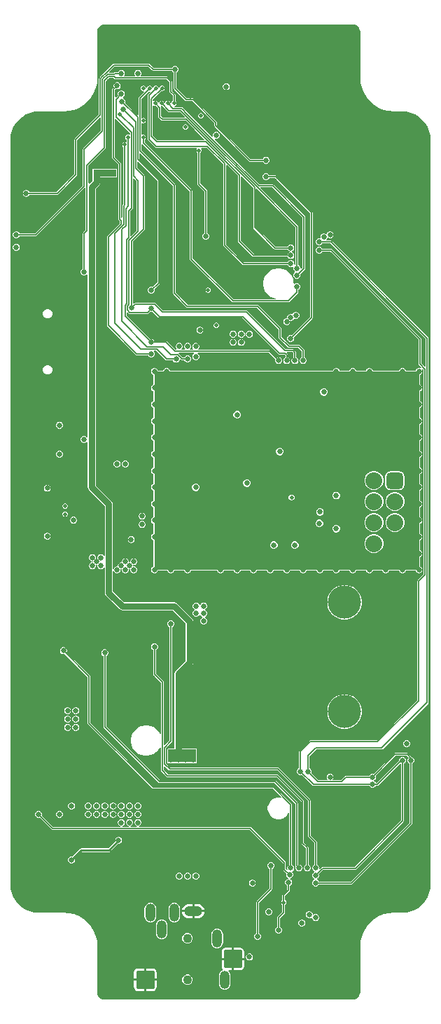
<source format=gbr>
%TF.GenerationSoftware,Altium Limited,Altium Designer,22.5.1 (42)*%
G04 Layer_Physical_Order=3*
G04 Layer_Color=14067636*
%FSLAX45Y45*%
%MOMM*%
%TF.SameCoordinates,B0F14D10-A82B-43C6-BF60-515EF57ECD05*%
%TF.FilePolarity,Positive*%
%TF.FileFunction,Copper,L3,Inr,Signal*%
%TF.Part,Single*%
G01*
G75*
%TA.AperFunction,Conductor*%
%ADD12C,0.12700*%
%ADD80C,0.25400*%
%ADD81C,0.76200*%
%TA.AperFunction,ComponentPad*%
G04:AMPARAMS|DCode=93|XSize=2.032mm|YSize=2.032mm|CornerRadius=0.508mm|HoleSize=0mm|Usage=FLASHONLY|Rotation=270.000|XOffset=0mm|YOffset=0mm|HoleType=Round|Shape=RoundedRectangle|*
%AMROUNDEDRECTD93*
21,1,2.03200,1.01600,0,0,270.0*
21,1,1.01600,2.03200,0,0,270.0*
1,1,1.01600,-0.50800,-0.50800*
1,1,1.01600,-0.50800,0.50800*
1,1,1.01600,0.50800,0.50800*
1,1,1.01600,0.50800,-0.50800*
%
%ADD93ROUNDEDRECTD93*%
%ADD94C,2.03200*%
%ADD95C,4.00000*%
G04:AMPARAMS|DCode=96|XSize=2.2mm|YSize=1.2mm|CornerRadius=0.6mm|HoleSize=0mm|Usage=FLASHONLY|Rotation=180.000|XOffset=0mm|YOffset=0mm|HoleType=Round|Shape=RoundedRectangle|*
%AMROUNDEDRECTD96*
21,1,2.20000,0.00000,0,0,180.0*
21,1,1.00000,1.20000,0,0,180.0*
1,1,1.20000,-0.50000,0.00000*
1,1,1.20000,0.50000,0.00000*
1,1,1.20000,0.50000,0.00000*
1,1,1.20000,-0.50000,0.00000*
%
%ADD96ROUNDEDRECTD96*%
G04:AMPARAMS|DCode=97|XSize=2.2mm|YSize=1.2mm|CornerRadius=0.6mm|HoleSize=0mm|Usage=FLASHONLY|Rotation=270.000|XOffset=0mm|YOffset=0mm|HoleType=Round|Shape=RoundedRectangle|*
%AMROUNDEDRECTD97*
21,1,2.20000,0.00000,0,0,270.0*
21,1,1.00000,1.20000,0,0,270.0*
1,1,1.20000,0.00000,-0.50000*
1,1,1.20000,0.00000,0.50000*
1,1,1.20000,0.00000,0.50000*
1,1,1.20000,0.00000,-0.50000*
%
%ADD97ROUNDEDRECTD97*%
G04:AMPARAMS|DCode=98|XSize=2.2mm|YSize=2.2mm|CornerRadius=0.22mm|HoleSize=0mm|Usage=FLASHONLY|Rotation=270.000|XOffset=0mm|YOffset=0mm|HoleType=Round|Shape=RoundedRectangle|*
%AMROUNDEDRECTD98*
21,1,2.20000,1.76000,0,0,270.0*
21,1,1.76000,2.20000,0,0,270.0*
1,1,0.44000,-0.88000,-0.88000*
1,1,0.44000,-0.88000,0.88000*
1,1,0.44000,0.88000,0.88000*
1,1,0.44000,0.88000,-0.88000*
%
%ADD98ROUNDEDRECTD98*%
%ADD99C,1.10000*%
%ADD100C,0.65000*%
%TA.AperFunction,ViaPad*%
%ADD101C,6.50000*%
%ADD102C,0.66000*%
%ADD103C,0.46000*%
%TA.AperFunction,Conductor*%
%ADD104R,2.81385X0.82986*%
%ADD105R,3.35000X1.61863*%
G36*
X1723323Y5887542D02*
X1745056Y5878540D01*
X1763718Y5864219D01*
X1778039Y5845557D01*
X1787041Y5823824D01*
X1790045Y5801005D01*
X1789836Y5800501D01*
X1789837Y5250501D01*
X1789344D01*
X1794400Y5186260D01*
X1809443Y5123601D01*
X1834103Y5064067D01*
X1867773Y5009124D01*
X1909623Y4960124D01*
X1958623Y4918274D01*
X2013566Y4884604D01*
X2073101Y4859944D01*
X2135760Y4844901D01*
X2200000Y4839845D01*
Y4840338D01*
X2300000D01*
X2301122Y4840802D01*
X2353249Y4836700D01*
X2405186Y4824231D01*
X2454534Y4803790D01*
X2500076Y4775882D01*
X2540692Y4741193D01*
X2575381Y4700577D01*
X2603289Y4655035D01*
X2623730Y4605687D01*
X2636199Y4553750D01*
X2639404Y4513022D01*
X2639836Y4500501D01*
D01*
X2639837Y4487833D01*
Y-4486831D01*
X2639836Y-4499498D01*
X2639836D01*
X2639404Y-4512020D01*
X2636199Y-4552747D01*
X2623730Y-4604685D01*
X2603289Y-4654032D01*
X2575381Y-4699575D01*
X2540692Y-4740190D01*
X2500076Y-4774880D01*
X2454534Y-4802788D01*
X2405186Y-4823228D01*
X2353249Y-4835697D01*
X2301122Y-4839800D01*
X2300000Y-4839335D01*
X2200000D01*
Y-4838843D01*
X2135760Y-4843899D01*
X2073101Y-4858942D01*
X2013566Y-4883602D01*
X1958623Y-4917271D01*
X1909623Y-4959121D01*
X1867773Y-5008121D01*
X1834103Y-5063065D01*
X1809443Y-5122599D01*
X1794400Y-5185258D01*
X1789344Y-5249499D01*
X1789837D01*
X1789836Y-5799499D01*
X1790045Y-5800002D01*
X1787041Y-5822821D01*
X1778039Y-5844554D01*
X1763718Y-5863217D01*
X1745056Y-5877537D01*
X1723323Y-5886540D01*
X1700504Y-5889544D01*
X1700000Y-5889335D01*
X-1300000D01*
X-1300503Y-5889544D01*
X-1323322Y-5886540D01*
X-1345055Y-5877537D01*
X-1363718Y-5863217D01*
X-1378038Y-5844554D01*
X-1387041Y-5822821D01*
X-1390045Y-5800002D01*
X-1389836Y-5799499D01*
X-1389837Y-5262199D01*
X-1389344Y-5249499D01*
X-1389344D01*
X-1394400Y-5185258D01*
X-1409443Y-5122599D01*
X-1434103Y-5063065D01*
X-1467773Y-5008121D01*
X-1509623Y-4959121D01*
X-1558622Y-4917271D01*
X-1613566Y-4883602D01*
X-1673100Y-4858942D01*
X-1735759Y-4843899D01*
X-1800000Y-4838843D01*
Y-4839335D01*
X-2100000D01*
X-2101122Y-4839800D01*
X-2153248Y-4835697D01*
X-2205186Y-4823228D01*
X-2254533Y-4802788D01*
X-2300076Y-4774880D01*
X-2340692Y-4740190D01*
X-2375381Y-4699575D01*
X-2403289Y-4654032D01*
X-2423729Y-4604685D01*
X-2436199Y-4552747D01*
X-2440301Y-4500621D01*
X-2439836Y-4499499D01*
X-2439836Y4500501D01*
X-2440301Y4501623D01*
X-2436199Y4553750D01*
X-2423729Y4605687D01*
X-2403289Y4655035D01*
X-2375381Y4700577D01*
X-2340692Y4741193D01*
X-2300076Y4775882D01*
X-2254533Y4803790D01*
X-2205186Y4824231D01*
X-2153248Y4836700D01*
X-2101122Y4840802D01*
X-2100000Y4840338D01*
X-1800000D01*
Y4839845D01*
X-1735759Y4844901D01*
X-1673100Y4859944D01*
X-1613566Y4884604D01*
X-1558622Y4918274D01*
X-1509623Y4960124D01*
X-1467773Y5009124D01*
X-1434103Y5064067D01*
X-1409443Y5123601D01*
X-1394400Y5186260D01*
X-1389344Y5250501D01*
X-1389836D01*
Y5800501D01*
X-1390045Y5801004D01*
X-1387041Y5823824D01*
X-1378038Y5845557D01*
X-1363718Y5864219D01*
X-1345055Y5878540D01*
X-1323322Y5887542D01*
X-1300503Y5890546D01*
X-1300000Y5890337D01*
X1700000D01*
X1700504Y5890546D01*
X1723323Y5887542D01*
D02*
G37*
%LPC*%
G36*
X178342Y5181887D02*
X161677D01*
X146281Y5175510D01*
X134497Y5163726D01*
X128120Y5148330D01*
Y5131665D01*
X134497Y5116269D01*
X146281Y5104485D01*
X161677Y5098107D01*
X178342D01*
X193738Y5104485D01*
X205522Y5116269D01*
X211899Y5131665D01*
Y5148330D01*
X205522Y5163726D01*
X193738Y5175510D01*
X178342Y5181887D01*
D02*
G37*
G36*
X-131531Y4818762D02*
X-144218D01*
X-155939Y4813907D01*
X-164910Y4804936D01*
X-169765Y4793215D01*
Y4780528D01*
X-164910Y4768808D01*
X-155939Y4759837D01*
X-144218Y4754982D01*
X-131531D01*
X-119811Y4759837D01*
X-110840Y4768808D01*
X-105985Y4780528D01*
Y4793215D01*
X-110840Y4804936D01*
X-119811Y4813907D01*
X-131531Y4818762D01*
D02*
G37*
G36*
X-769016Y5418546D02*
X-1188007D01*
X-1199671Y5413715D01*
X-1286387Y5326998D01*
X-1286387Y5326998D01*
X-1357676Y5255709D01*
X-1357676Y5255709D01*
X-1366140Y5247245D01*
X-1370972Y5235581D01*
Y4802325D01*
X-1661664Y4511632D01*
X-1666496Y4499968D01*
Y4082490D01*
X-1882490Y3866496D01*
X-2211492D01*
X-2214488Y3873729D01*
X-2226271Y3885512D01*
X-2241668Y3891890D01*
X-2258333D01*
X-2273729Y3885512D01*
X-2285513Y3873729D01*
X-2291890Y3858332D01*
Y3841667D01*
X-2285513Y3826271D01*
X-2273729Y3814487D01*
X-2258333Y3808110D01*
X-2241668D01*
X-2226271Y3814487D01*
X-2214488Y3826271D01*
X-2211492Y3833504D01*
X-1875658D01*
X-1863993Y3838336D01*
X-1638336Y4063993D01*
X-1633504Y4075658D01*
Y4493136D01*
X-1357305Y4769335D01*
X-1345572Y4764474D01*
Y4609861D01*
X-1561664Y4393768D01*
X-1566496Y4382104D01*
Y3943248D01*
X-2143249Y3366495D01*
X-2331492D01*
X-2334488Y3373728D01*
X-2346272Y3385512D01*
X-2361668Y3391890D01*
X-2378333D01*
X-2393729Y3385512D01*
X-2405513Y3373728D01*
X-2411890Y3358332D01*
Y3341667D01*
X-2405513Y3326271D01*
X-2393729Y3314487D01*
X-2378333Y3308110D01*
X-2361668D01*
X-2346272Y3314487D01*
X-2334488Y3326271D01*
X-2331492Y3333504D01*
X-2136416D01*
X-2124752Y3338335D01*
X-1544799Y3918288D01*
X-1532099Y3913027D01*
Y3406243D01*
X-1561664Y3376678D01*
X-1566496Y3365013D01*
Y2938508D01*
X-1573729Y2935513D01*
X-1585512Y2923729D01*
X-1591890Y2908333D01*
Y2891668D01*
X-1585512Y2876271D01*
X-1573729Y2864488D01*
X-1558332Y2858110D01*
X-1541667D01*
X-1526271Y2864488D01*
X-1519064Y2871695D01*
X-1506364Y2866434D01*
Y2130000D01*
Y908566D01*
X-1519064Y903305D01*
X-1526271Y910513D01*
X-1541667Y916890D01*
X-1558332D01*
X-1573729Y910513D01*
X-1585512Y898729D01*
X-1591890Y883332D01*
Y866668D01*
X-1585512Y851271D01*
X-1573729Y839488D01*
X-1558332Y833110D01*
X-1541667D01*
X-1526271Y839488D01*
X-1519064Y846695D01*
X-1506364Y841434D01*
Y557527D01*
Y300978D01*
X-1502717Y282643D01*
X-1492331Y267100D01*
X-1299315Y74084D01*
Y-529714D01*
X-1312015Y-532240D01*
X-1314487Y-526272D01*
X-1326271Y-514488D01*
X-1341667Y-508110D01*
X-1358332D01*
X-1373728Y-514488D01*
X-1385512Y-526272D01*
X-1391890Y-541668D01*
Y-558110D01*
X-1408110D01*
Y-541667D01*
X-1414487Y-526271D01*
X-1426271Y-514487D01*
X-1441667Y-508110D01*
X-1458332D01*
X-1473729Y-514487D01*
X-1485512Y-526271D01*
X-1491890Y-541667D01*
Y-558332D01*
X-1485512Y-573729D01*
X-1473729Y-585512D01*
X-1458332Y-591890D01*
X-1441890D01*
Y-608110D01*
X-1458332D01*
X-1473728Y-614488D01*
X-1485512Y-626272D01*
X-1491889Y-641668D01*
Y-658333D01*
X-1485512Y-673729D01*
X-1473728Y-685513D01*
X-1458332Y-691890D01*
X-1441667D01*
X-1426271Y-685513D01*
X-1414487Y-673729D01*
X-1408109Y-658333D01*
Y-641890D01*
X-1391890D01*
Y-658333D01*
X-1385512Y-673729D01*
X-1373728Y-685513D01*
X-1358332Y-691890D01*
X-1341667D01*
X-1326271Y-685513D01*
X-1314487Y-673729D01*
X-1312015Y-667760D01*
X-1299315Y-670286D01*
Y-973596D01*
X-1295668Y-991931D01*
X-1285282Y-1007474D01*
X-1121378Y-1171378D01*
X-1105835Y-1181763D01*
X-1087500Y-1185410D01*
X-482345D01*
X-322910Y-1344845D01*
Y-1795155D01*
X-443878Y-1916122D01*
X-454264Y-1931665D01*
X-457911Y-1950000D01*
Y-2854411D01*
X-532500D01*
X-539304Y-2857229D01*
X-542123Y-2864034D01*
Y-3025896D01*
X-539304Y-3032700D01*
X-532500Y-3035519D01*
X-197500D01*
X-190696Y-3032700D01*
X-187877Y-3025896D01*
Y-2864034D01*
X-190696Y-2857229D01*
X-197500Y-2854411D01*
X-362090D01*
Y-1969845D01*
X-241122Y-1848878D01*
X-230736Y-1833335D01*
X-227089Y-1815000D01*
Y-1325000D01*
X-230736Y-1306665D01*
X-241122Y-1291122D01*
X-428622Y-1103622D01*
X-444165Y-1093236D01*
X-462500Y-1089589D01*
X-1067655D01*
X-1203494Y-953751D01*
Y-713506D01*
X-1190794Y-710979D01*
X-1185512Y-723729D01*
X-1173729Y-735513D01*
X-1158332Y-741890D01*
X-1141668D01*
X-1126271Y-735513D01*
X-1114487Y-723729D01*
X-1108110Y-708333D01*
Y-691890D01*
X-1091890D01*
Y-708333D01*
X-1085512Y-723729D01*
X-1073729Y-735513D01*
X-1058332Y-741890D01*
X-1041667D01*
X-1026271Y-735513D01*
X-1014487Y-723729D01*
X-1008110Y-708333D01*
Y-691890D01*
X-991890D01*
Y-708333D01*
X-985512Y-723729D01*
X-973729Y-735513D01*
X-958332Y-741890D01*
X-941667D01*
X-926271Y-735513D01*
X-914487Y-723729D01*
X-908110Y-708333D01*
Y-691668D01*
X-914487Y-676271D01*
X-926271Y-664488D01*
X-941667Y-658110D01*
X-958110D01*
Y-641890D01*
X-941667D01*
X-926271Y-635513D01*
X-914487Y-623729D01*
X-908110Y-608333D01*
Y-591668D01*
X-914487Y-576271D01*
X-926271Y-564488D01*
X-941667Y-558110D01*
X-958332D01*
X-973729Y-564488D01*
X-985512Y-576271D01*
X-991890Y-591668D01*
Y-608110D01*
X-1008110D01*
Y-591668D01*
X-1014487Y-576271D01*
X-1026271Y-564488D01*
X-1041667Y-558110D01*
X-1058332D01*
X-1073729Y-564488D01*
X-1085512Y-576271D01*
X-1091890Y-591668D01*
Y-608110D01*
X-1108333D01*
X-1123729Y-614487D01*
X-1135513Y-626271D01*
X-1141890Y-641667D01*
Y-658110D01*
X-1158332D01*
X-1173729Y-664488D01*
X-1185512Y-676271D01*
X-1190794Y-689021D01*
X-1203494Y-686495D01*
Y93929D01*
X-1207141Y112263D01*
X-1217526Y127806D01*
X-1410543Y320823D01*
Y557527D01*
Y2130000D01*
Y3908997D01*
X-1368224Y3951316D01*
X-1357838Y3966859D01*
X-1354191Y3985194D01*
Y4046941D01*
X-1160671D01*
X-1153867Y4049759D01*
X-1151049Y4056564D01*
Y4139550D01*
X-1153867Y4146354D01*
X-1160671Y4149172D01*
X-1442057D01*
X-1448861Y4146354D01*
X-1451679Y4139550D01*
Y4056564D01*
X-1450012Y4052539D01*
Y4005039D01*
X-1486408Y3968643D01*
X-1499108Y3973904D01*
Y4098476D01*
Y4183832D01*
X-1292011Y4390928D01*
X-1287180Y4402593D01*
Y5207706D01*
X-1246848Y5248038D01*
X-1197756D01*
X-1182526Y5232808D01*
X-1170862Y5227976D01*
X-552104D01*
X-517296Y5193167D01*
Y5078958D01*
X-512464Y5067294D01*
X-478622Y5033452D01*
Y4965699D01*
X-480191Y4965049D01*
X-489162Y4956078D01*
X-494017Y4944358D01*
X-506087D01*
X-510942Y4956078D01*
X-519913Y4965049D01*
X-531634Y4969904D01*
X-544321D01*
X-556042Y4965049D01*
X-565012Y4956078D01*
X-569867Y4944358D01*
X-581938D01*
X-586793Y4956078D01*
X-595764Y4965049D01*
X-607485Y4969904D01*
X-620171D01*
X-631892Y4965049D01*
X-640863Y4956078D01*
X-645718Y4944358D01*
X-657789D01*
X-662644Y4956078D01*
X-671615Y4965049D01*
X-683335Y4969904D01*
X-696022D01*
X-707743Y4965049D01*
X-709045Y4963748D01*
X-721745Y4969008D01*
Y4981010D01*
X-614805Y5087950D01*
X-613236Y5087300D01*
X-600549D01*
X-588829Y5092155D01*
X-579858Y5101126D01*
X-575003Y5112847D01*
Y5125534D01*
X-579858Y5137254D01*
X-588829Y5146225D01*
X-600549Y5151080D01*
X-613236D01*
X-624957Y5146225D01*
X-633928Y5137254D01*
X-638783Y5125534D01*
X-650854D01*
X-655709Y5137254D01*
X-664679Y5146225D01*
X-676400Y5151080D01*
X-689087D01*
X-700808Y5146225D01*
X-709779Y5137254D01*
X-714634Y5125534D01*
X-726704D01*
X-731559Y5137254D01*
X-740530Y5146225D01*
X-752251Y5151080D01*
X-764938D01*
X-776659Y5146225D01*
X-785629Y5137254D01*
X-790484Y5125534D01*
X-802555D01*
X-807410Y5137254D01*
X-816381Y5146225D01*
X-828102Y5151080D01*
X-840789D01*
X-852509Y5146225D01*
X-861480Y5137254D01*
X-866335Y5125534D01*
Y5112847D01*
X-861480Y5101126D01*
X-852509Y5092155D01*
X-840789Y5087300D01*
X-831774D01*
X-825705Y5076296D01*
X-825546Y5075567D01*
X-888593Y5012520D01*
X-893425Y5000856D01*
Y4800905D01*
X-905158Y4796044D01*
X-1053077Y4943963D01*
X-1050081Y4951196D01*
Y4967861D01*
X-1056458Y4983257D01*
X-1068242Y4995041D01*
X-1079137Y4999554D01*
X-1079495Y5013152D01*
X-1076271Y5014488D01*
X-1064488Y5026271D01*
X-1058110Y5041668D01*
Y5058333D01*
X-1064488Y5073729D01*
X-1076271Y5085513D01*
X-1091668Y5091890D01*
X-1108333D01*
X-1123729Y5085513D01*
X-1135513Y5073729D01*
X-1141890Y5058333D01*
Y5041668D01*
X-1138894Y5034435D01*
X-1163922Y5009407D01*
X-1175655Y5014267D01*
Y5101016D01*
X-1165565Y5111106D01*
X-1158332Y5108110D01*
X-1141667D01*
X-1126271Y5114487D01*
X-1114487Y5126271D01*
X-1108110Y5141667D01*
Y5158332D01*
X-1114487Y5173729D01*
X-1126271Y5185512D01*
X-1141667Y5191890D01*
X-1158332D01*
X-1173728Y5185512D01*
X-1185512Y5173729D01*
X-1191890Y5158332D01*
Y5141667D01*
X-1188894Y5134434D01*
X-1203815Y5119513D01*
X-1208647Y5107849D01*
Y5018541D01*
Y4279838D01*
X-1203815Y4268174D01*
X-1136812Y4201170D01*
Y3538504D01*
X-1131980Y3526840D01*
X-1118279Y3513139D01*
Y3486841D01*
X-1131980Y3473140D01*
X-1131980Y3473140D01*
X-1268727Y3336393D01*
X-1273559Y3324729D01*
Y2254076D01*
X-1268727Y2242412D01*
X-924651Y1898336D01*
X-912986Y1893504D01*
X-774720D01*
X-771724Y1886271D01*
X-759940Y1874487D01*
X-744544Y1868110D01*
X-727879D01*
X-712483Y1874487D01*
X-700699Y1886271D01*
X-694322Y1901668D01*
Y1918332D01*
X-700699Y1933729D01*
X-708314Y1941343D01*
X-703053Y1954043D01*
X-680128D01*
X-561265Y1835180D01*
X-549600Y1830348D01*
X-475216D01*
X-472221Y1823115D01*
X-460437Y1811331D01*
X-445041Y1804954D01*
X-428376D01*
X-412979Y1811331D01*
X-401196Y1823115D01*
X-394818Y1838511D01*
X-382118Y1842535D01*
X-377919Y1838336D01*
X-366254Y1833504D01*
X-338508D01*
X-335512Y1826271D01*
X-323729Y1814488D01*
X-308332Y1808110D01*
X-291667D01*
X-276271Y1814488D01*
X-264487Y1826271D01*
X-258110Y1841668D01*
Y1858333D01*
X-264487Y1873729D01*
X-276271Y1885513D01*
X-291667Y1891890D01*
X-308332D01*
X-323729Y1885513D01*
X-335512Y1873729D01*
X-338508Y1866496D01*
X-359421D01*
X-403484Y1910558D01*
X-404537Y1910995D01*
X-402011Y1923695D01*
X-225090D01*
X-222564Y1910995D01*
X-223729Y1910512D01*
X-235513Y1898728D01*
X-241890Y1883332D01*
Y1866667D01*
X-235513Y1851271D01*
X-223729Y1839487D01*
X-208333Y1833110D01*
X-191668D01*
X-176272Y1839487D01*
X-164488Y1851271D01*
X-158110Y1866667D01*
Y1883332D01*
X-164488Y1898728D01*
X-176272Y1910512D01*
X-177437Y1910995D01*
X-174910Y1923695D01*
X682977D01*
X761106Y1845566D01*
X758110Y1838333D01*
Y1821668D01*
X764487Y1806271D01*
X776271Y1794488D01*
X791667Y1788110D01*
X808332D01*
X823728Y1794488D01*
X835512Y1806271D01*
X841890Y1821668D01*
Y1838333D01*
X835512Y1853729D01*
X823728Y1865513D01*
X808332Y1871890D01*
X791667D01*
X784434Y1868894D01*
X701473Y1951855D01*
X689809Y1956686D01*
X-166112D01*
X-171373Y1969386D01*
X-164488Y1976271D01*
X-158110Y1991668D01*
Y2008333D01*
X-164488Y2023729D01*
X-176271Y2035513D01*
X-191668Y2041890D01*
X-208333D01*
X-223729Y2035513D01*
X-235513Y2023729D01*
X-241890Y2008333D01*
Y1991668D01*
X-235513Y1976271D01*
X-228627Y1969386D01*
X-233888Y1956686D01*
X-266112D01*
X-271373Y1969386D01*
X-264487Y1976271D01*
X-258110Y1991668D01*
Y2008333D01*
X-264487Y2023729D01*
X-276271Y2035513D01*
X-291667Y2041890D01*
X-308332D01*
X-323729Y2035513D01*
X-335512Y2023729D01*
X-341890Y2008333D01*
Y1991668D01*
X-335512Y1976271D01*
X-328627Y1969386D01*
X-333888Y1956686D01*
X-366112D01*
X-371373Y1969386D01*
X-364487Y1976271D01*
X-358110Y1991668D01*
Y2008333D01*
X-364487Y2023729D01*
X-376271Y2035513D01*
X-391667Y2041890D01*
X-408332D01*
X-423729Y2035513D01*
X-435512Y2023729D01*
X-441890Y2008333D01*
Y1991668D01*
X-435512Y1976271D01*
X-432719Y1973478D01*
X-437624Y1960423D01*
X-445621Y1959404D01*
X-547882Y2061664D01*
X-559546Y2066496D01*
X-697703D01*
X-700699Y2073729D01*
X-712483Y2085512D01*
X-727879Y2091890D01*
X-744544D01*
X-751777Y2088894D01*
X-1039068Y2376185D01*
Y2412250D01*
X-1027334Y2417110D01*
X-1011337Y2401113D01*
X-999673Y2396282D01*
X-783434D01*
X-771770Y2401114D01*
X-751777Y2421107D01*
X-744544Y2418110D01*
X-727879D01*
X-720646Y2421107D01*
X-650432Y2350892D01*
X-638767Y2346061D01*
X360611D01*
X796973Y1909698D01*
X808637Y1904867D01*
X871168D01*
X883504Y1892530D01*
Y1868508D01*
X876271Y1865512D01*
X864487Y1853728D01*
X858110Y1838332D01*
Y1821667D01*
X864487Y1806271D01*
X876271Y1794487D01*
X891668Y1788110D01*
X908332D01*
X923729Y1794487D01*
X935512Y1806271D01*
X941890Y1821667D01*
Y1838332D01*
X935512Y1853728D01*
X923729Y1865512D01*
X916496Y1868508D01*
Y1899363D01*
X911664Y1911027D01*
X900511Y1922180D01*
X905772Y1934880D01*
X969222D01*
X983504Y1920598D01*
Y1868508D01*
X976271Y1865512D01*
X964488Y1853728D01*
X958110Y1838332D01*
Y1821667D01*
X964488Y1806271D01*
X976271Y1794487D01*
X991668Y1788110D01*
X1008333D01*
X1023729Y1794487D01*
X1035513Y1806271D01*
X1041890Y1821667D01*
Y1838332D01*
X1035513Y1853728D01*
X1023729Y1865512D01*
X1016496Y1868508D01*
Y1927430D01*
X1011664Y1939094D01*
X987718Y1963040D01*
X976054Y1967872D01*
X884956D01*
X421485Y2431343D01*
X409820Y2436175D01*
X-594585D01*
X-682125Y2523715D01*
X-693789Y2528546D01*
X-930891D01*
X-942555Y2523715D01*
X-949884Y2516385D01*
X-961618Y2521246D01*
Y3268529D01*
X-821662Y3408485D01*
X-816830Y3420149D01*
Y4058522D01*
X-821662Y4070186D01*
X-911233Y4159757D01*
Y4229567D01*
X-899500Y4234427D01*
X-665844Y4000772D01*
Y2773696D01*
X-720646Y2718894D01*
X-727879Y2721890D01*
X-744544D01*
X-759940Y2715513D01*
X-771724Y2703729D01*
X-778101Y2688333D01*
Y2671668D01*
X-771724Y2656272D01*
X-759940Y2644488D01*
X-744544Y2638111D01*
X-727879D01*
X-712483Y2644488D01*
X-700699Y2656272D01*
X-694321Y2671668D01*
Y2688333D01*
X-697317Y2695566D01*
X-637685Y2755199D01*
X-632853Y2766863D01*
Y4007604D01*
X-637685Y4019269D01*
X-885833Y4267417D01*
Y4337226D01*
X-874100Y4342087D01*
X-475933Y3943919D01*
Y2644205D01*
X-471101Y2632541D01*
X-314399Y2475839D01*
X-302735Y2471007D01*
X540581D01*
X805132Y2206456D01*
Y2108372D01*
X809964Y2096708D01*
X918335Y1988336D01*
X930000Y1983504D01*
X1043167D01*
X1083504Y1943167D01*
Y1868508D01*
X1076271Y1865512D01*
X1064488Y1853728D01*
X1058110Y1838332D01*
Y1821667D01*
X1064488Y1806271D01*
X1076271Y1794487D01*
X1091668Y1788110D01*
X1108333D01*
X1123729Y1794487D01*
X1135513Y1806271D01*
X1141890Y1821667D01*
Y1838332D01*
X1135513Y1853728D01*
X1123729Y1865512D01*
X1116496Y1868508D01*
Y1950000D01*
X1111664Y1961664D01*
X1061664Y2011664D01*
X1050000Y2016496D01*
X936833D01*
X838124Y2115204D01*
Y2213288D01*
X833292Y2224952D01*
X559077Y2499167D01*
X547413Y2503999D01*
X-295902D01*
X-442941Y2651038D01*
Y3950752D01*
X-447773Y3962417D01*
X-860433Y4375077D01*
Y4450251D01*
X-847733Y4452777D01*
X-846543Y4449905D01*
X-272770Y3876131D01*
Y3056274D01*
X-267938Y3044610D01*
X238336Y2538336D01*
X250000Y2533504D01*
X917401D01*
X929065Y2538336D01*
X1036664Y2645935D01*
X1041496Y2657599D01*
Y2686491D01*
X1048729Y2689487D01*
X1060512Y2701271D01*
X1066890Y2716667D01*
Y2733332D01*
X1060512Y2748729D01*
X1048729Y2760512D01*
X1033332Y2766890D01*
X1016668D01*
X1001271Y2760512D01*
X996606Y2755847D01*
X983906Y2761108D01*
Y2778112D01*
X976839Y2813639D01*
X962977Y2847105D01*
X942853Y2877223D01*
X917239Y2902837D01*
X887121Y2922961D01*
X853655Y2936823D01*
X818128Y2943890D01*
X781905D01*
X746377Y2936823D01*
X712912Y2922961D01*
X682793Y2902837D01*
X657180Y2877223D01*
X637055Y2847105D01*
X623193Y2813639D01*
X616126Y2778112D01*
Y2741889D01*
X623193Y2706361D01*
X637055Y2672896D01*
X657180Y2642777D01*
X682793Y2617163D01*
X712912Y2597039D01*
X746377Y2583177D01*
X766392Y2579196D01*
X765141Y2566496D01*
X256833D01*
X-239778Y3063106D01*
Y3882964D01*
X-244610Y3894628D01*
X-818383Y4468402D01*
Y4500578D01*
X-816815Y4501228D01*
X-807844Y4510199D01*
X-802989Y4521920D01*
Y4534606D01*
X-807844Y4546327D01*
X-816815Y4555298D01*
X-828536Y4560153D01*
X-841222D01*
X-847733Y4557456D01*
X-860433Y4564402D01*
Y4692124D01*
X-847733Y4699070D01*
X-841222Y4696373D01*
X-828536D01*
X-816815Y4701228D01*
X-807844Y4710199D01*
X-802989Y4721920D01*
Y4734606D01*
X-807844Y4746327D01*
X-816815Y4755298D01*
X-828536Y4760153D01*
X-841222D01*
X-847733Y4757456D01*
X-860433Y4764402D01*
Y4994023D01*
X-767672Y5086785D01*
X-756277Y5085541D01*
X-750957Y5074306D01*
X-775305Y5049958D01*
X-780136Y5038293D01*
Y4499860D01*
X-775305Y4488195D01*
X-695051Y4407942D01*
X-683386Y4403110D01*
X-189302D01*
X-184041Y4390410D01*
X-187524Y4386927D01*
X-192379Y4375206D01*
Y4362519D01*
X-187524Y4350799D01*
X-178554Y4341828D01*
X-176985Y4341178D01*
Y3960489D01*
X-172154Y3948825D01*
X-93359Y3870030D01*
Y3369468D01*
X-100592Y3366472D01*
X-112375Y3354688D01*
X-118753Y3339292D01*
Y3322627D01*
X-112375Y3307231D01*
X-100592Y3295447D01*
X-85195Y3289070D01*
X-68530D01*
X-53134Y3295447D01*
X-41350Y3307231D01*
X-34973Y3322627D01*
Y3339292D01*
X-41350Y3354688D01*
X-53134Y3366472D01*
X-60367Y3369468D01*
Y3876863D01*
X-65199Y3888527D01*
X-143994Y3967322D01*
Y4341178D01*
X-142425Y4341828D01*
X-133454Y4350799D01*
X-128599Y4362519D01*
Y4375206D01*
X-133454Y4386927D01*
X-136937Y4390410D01*
X-131677Y4403110D01*
X-65553D01*
X133504Y4204053D01*
Y3225000D01*
X138336Y3213336D01*
X363336Y2988336D01*
X375000Y2983504D01*
X911491D01*
X914487Y2976271D01*
X926271Y2964488D01*
X941667Y2958110D01*
X958332D01*
X972238Y2963870D01*
X976885Y2961215D01*
X982481Y2955413D01*
X982206Y2954748D01*
Y2938084D01*
X988583Y2922687D01*
X1000367Y2910904D01*
Y2897576D01*
X988583Y2885792D01*
X982206Y2870396D01*
Y2853731D01*
X988583Y2838335D01*
X1000367Y2826551D01*
X1015763Y2820174D01*
X1032428D01*
X1047824Y2826551D01*
X1059608Y2838335D01*
X1065986Y2853731D01*
Y2870396D01*
X1062990Y2877629D01*
X1120642Y2935282D01*
X1125474Y2946946D01*
Y3565054D01*
X1120642Y3576719D01*
X744546Y3952814D01*
X732882Y3957646D01*
X570252D01*
X140197Y4387700D01*
X140197Y4387701D01*
X27783Y4500115D01*
X34977Y4510882D01*
X41667Y4508110D01*
X58332D01*
X73729Y4514488D01*
X85512Y4526271D01*
X91890Y4541668D01*
Y4558333D01*
X85512Y4573729D01*
X73729Y4585513D01*
X58332Y4591890D01*
X41667D01*
X26271Y4585513D01*
X14487Y4573729D01*
X8110Y4558333D01*
Y4541668D01*
X10881Y4534977D01*
X115Y4527783D01*
X-80815Y4608712D01*
X-139136Y4667033D01*
X-139136Y4667034D01*
X-300111Y4828009D01*
X-300111Y4828009D01*
X-359166Y4887064D01*
X-370831Y4891896D01*
X-458141D01*
X-459044Y4893424D01*
X-458050Y4897295D01*
X-452578Y4907452D01*
X-444062Y4910979D01*
X-435092Y4919950D01*
X-430237Y4931671D01*
Y4944357D01*
X-435092Y4956078D01*
X-444062Y4965049D01*
X-445631Y4965699D01*
Y5040285D01*
X-450462Y5051949D01*
X-484304Y5085790D01*
Y5200000D01*
X-489136Y5211664D01*
X-533608Y5256136D01*
X-545272Y5260968D01*
X-861831D01*
X-867091Y5273668D01*
X-864487Y5276271D01*
X-858110Y5291668D01*
Y5308333D01*
X-864487Y5323729D01*
X-876271Y5335513D01*
X-891668Y5341890D01*
X-908332D01*
X-923729Y5335513D01*
X-935512Y5323729D01*
X-941890Y5308333D01*
Y5291668D01*
X-935512Y5276271D01*
X-932909Y5273668D01*
X-938169Y5260968D01*
X-1061831D01*
X-1067091Y5273668D01*
X-1064488Y5276271D01*
X-1058110Y5291668D01*
Y5308333D01*
X-1064488Y5323729D01*
X-1076271Y5335513D01*
X-1091668Y5341890D01*
X-1108333D01*
X-1123729Y5335513D01*
X-1135513Y5323729D01*
X-1138509Y5316496D01*
X-1177553D01*
X-1189218Y5311665D01*
X-1194452Y5306430D01*
X-1243705D01*
X-1248565Y5318163D01*
X-1181174Y5385554D01*
X-775849D01*
X-728631Y5338336D01*
X-716966Y5333504D01*
X-488508D01*
X-485512Y5326271D01*
X-473729Y5314487D01*
X-466496Y5311492D01*
Y5116065D01*
X-461664Y5104401D01*
X-327602Y4970339D01*
X-315938Y4965508D01*
X-241038D01*
X23157Y4701313D01*
Y4667027D01*
X27988Y4655363D01*
X445015Y4238335D01*
X456679Y4233504D01*
X611492D01*
X614488Y4226271D01*
X626272Y4214487D01*
X641668Y4208110D01*
X658333D01*
X673729Y4214487D01*
X685513Y4226271D01*
X691890Y4241667D01*
Y4258332D01*
X685513Y4273729D01*
X673729Y4285512D01*
X658333Y4291890D01*
X641668D01*
X626272Y4285512D01*
X614488Y4273729D01*
X611492Y4266496D01*
X463512D01*
X56148Y4673859D01*
Y4708146D01*
X51317Y4719810D01*
X-222541Y4993668D01*
X-234205Y4998500D01*
X-309105D01*
X-433504Y5122898D01*
Y5311492D01*
X-426271Y5314487D01*
X-414487Y5326271D01*
X-408110Y5341667D01*
Y5358332D01*
X-414487Y5373729D01*
X-426271Y5385512D01*
X-441667Y5391890D01*
X-458332D01*
X-473729Y5385512D01*
X-485512Y5373729D01*
X-488508Y5366496D01*
X-710133D01*
X-757352Y5413714D01*
X-769016Y5418546D01*
D02*
G37*
G36*
X1433332Y3391890D02*
X1416667D01*
X1401271Y3385512D01*
X1389487Y3373729D01*
X1386261Y3365940D01*
X1374169Y3360703D01*
X1371667Y3361367D01*
X1358333Y3366890D01*
X1341668D01*
X1326271Y3360512D01*
X1314488Y3348729D01*
X1308110Y3333332D01*
Y3316667D01*
X1308262Y3316301D01*
X1299488Y3306189D01*
X1282823D01*
X1267427Y3299812D01*
X1255643Y3288028D01*
X1249266Y3272632D01*
Y3255967D01*
X1255643Y3240570D01*
X1267427Y3228787D01*
X1282823Y3222409D01*
X1299488D01*
X1314884Y3228787D01*
X1326668Y3240570D01*
X1329664Y3247803D01*
X1428868D01*
X2583504Y2093167D01*
Y1756018D01*
X2571771Y1751158D01*
X2525621Y1797308D01*
Y2090875D01*
X2520789Y2102539D01*
X1447365Y3175963D01*
X1435701Y3180795D01*
X1329664D01*
X1326668Y3188028D01*
X1314884Y3199811D01*
X1299488Y3206189D01*
X1282823D01*
X1267427Y3199811D01*
X1255643Y3188028D01*
X1249265Y3172631D01*
Y3155967D01*
X1255643Y3140570D01*
X1267427Y3128786D01*
X1282823Y3122409D01*
X1299488D01*
X1314884Y3128786D01*
X1326668Y3140570D01*
X1329664Y3147803D01*
X1428868D01*
X2492629Y2084042D01*
Y1790475D01*
X2497461Y1778811D01*
X2531121Y1745150D01*
X2523728Y1735512D01*
X2508332Y1741890D01*
X2491667D01*
X2476271Y1735512D01*
X2464487Y1723729D01*
X2458644Y1709622D01*
X2341355D01*
X2335512Y1723729D01*
X2323729Y1735512D01*
X2308332Y1741890D01*
X2291668D01*
X2276271Y1735512D01*
X2264487Y1723729D01*
X2258644Y1709622D01*
X1941356D01*
X1935513Y1723729D01*
X1923729Y1735512D01*
X1908332Y1741890D01*
X1891668D01*
X1876271Y1735512D01*
X1864488Y1723729D01*
X1858644Y1709622D01*
X1741355D01*
X1735512Y1723729D01*
X1723729Y1735512D01*
X1708332Y1741890D01*
X1691667D01*
X1676271Y1735512D01*
X1664487Y1723729D01*
X1658644Y1709622D01*
X1541356D01*
X1535513Y1723729D01*
X1523729Y1735512D01*
X1508333Y1741890D01*
X1491668D01*
X1476271Y1735512D01*
X1464488Y1723729D01*
X1458645Y1709622D01*
X-508644D01*
X-514487Y1723729D01*
X-526271Y1735513D01*
X-541667Y1741890D01*
X-558332D01*
X-573729Y1735513D01*
X-585512Y1723729D01*
X-591356Y1709622D01*
X-658645D01*
X-664488Y1723729D01*
X-676271Y1735512D01*
X-691668Y1741890D01*
X-708333D01*
X-723729Y1735512D01*
X-735513Y1723729D01*
X-741890Y1708332D01*
Y1691667D01*
X-735513Y1676271D01*
X-723729Y1664487D01*
X-709623Y1658644D01*
Y1541356D01*
X-723729Y1535513D01*
X-735513Y1523729D01*
X-741890Y1508333D01*
Y1491668D01*
X-735513Y1476271D01*
X-723729Y1464488D01*
X-709623Y1458645D01*
Y1341355D01*
X-723729Y1335512D01*
X-735513Y1323729D01*
X-741890Y1308332D01*
Y1291667D01*
X-735513Y1276271D01*
X-723729Y1264487D01*
X-709623Y1258644D01*
Y1141356D01*
X-723729Y1135513D01*
X-735513Y1123729D01*
X-741890Y1108333D01*
Y1091668D01*
X-735513Y1076271D01*
X-723729Y1064488D01*
X-709623Y1058645D01*
Y941355D01*
X-723729Y935512D01*
X-735513Y923729D01*
X-741890Y908332D01*
Y891668D01*
X-735513Y876271D01*
X-723729Y864487D01*
X-709623Y858644D01*
Y741356D01*
X-723729Y735513D01*
X-735513Y723729D01*
X-741890Y708333D01*
Y691668D01*
X-735513Y676271D01*
X-723729Y664488D01*
X-709623Y658645D01*
Y541356D01*
X-723729Y535513D01*
X-735513Y523729D01*
X-741890Y508333D01*
Y491668D01*
X-735513Y476272D01*
X-723729Y464488D01*
X-709623Y458645D01*
Y341355D01*
X-723729Y335512D01*
X-735513Y323729D01*
X-741890Y308332D01*
Y291667D01*
X-735513Y276271D01*
X-723729Y264487D01*
X-709623Y258644D01*
Y141356D01*
X-723729Y135513D01*
X-735513Y123729D01*
X-741890Y108333D01*
Y91668D01*
X-735513Y76271D01*
X-723729Y64488D01*
X-709623Y58645D01*
Y-58645D01*
X-723729Y-64488D01*
X-735513Y-76271D01*
X-741890Y-91668D01*
Y-108333D01*
X-735513Y-123729D01*
X-723729Y-135513D01*
X-709623Y-141356D01*
Y-258644D01*
X-723729Y-264487D01*
X-735513Y-276271D01*
X-741890Y-291667D01*
Y-308332D01*
X-735513Y-323729D01*
X-723729Y-335512D01*
X-709623Y-341355D01*
Y-658645D01*
X-723729Y-664488D01*
X-735513Y-676271D01*
X-741890Y-691668D01*
Y-708333D01*
X-735513Y-723729D01*
X-723729Y-735513D01*
X-708333Y-741890D01*
X-691668D01*
X-676271Y-735513D01*
X-664488Y-723729D01*
X-658644Y-709622D01*
X-541353D01*
X-535510Y-723728D01*
X-523726Y-735512D01*
X-508330Y-741889D01*
X-491665D01*
X-476269Y-735512D01*
X-464485Y-723728D01*
X-458642Y-709622D01*
X-341353D01*
X-335510Y-723728D01*
X-323727Y-735512D01*
X-308330Y-741889D01*
X-291665D01*
X-276269Y-735512D01*
X-264485Y-723728D01*
X-258642Y-709622D01*
X58646D01*
X64489Y-723728D01*
X76273Y-735512D01*
X91669Y-741889D01*
X108334D01*
X123731Y-735512D01*
X135514Y-723728D01*
X141357Y-709622D01*
X258646D01*
X264489Y-723728D01*
X276273Y-735512D01*
X291669Y-741889D01*
X308334D01*
X323730Y-735512D01*
X335514Y-723728D01*
X341357Y-709622D01*
X458646D01*
X464489Y-723728D01*
X476273Y-735512D01*
X491669Y-741889D01*
X508334D01*
X523730Y-735512D01*
X535514Y-723728D01*
X541357Y-709622D01*
X658646D01*
X664489Y-723728D01*
X676273Y-735512D01*
X691669Y-741889D01*
X708334D01*
X723730Y-735512D01*
X735514Y-723728D01*
X741357Y-709622D01*
X858646D01*
X864489Y-723728D01*
X876273Y-735512D01*
X891669Y-741889D01*
X908334D01*
X923730Y-735512D01*
X935514Y-723728D01*
X941357Y-709622D01*
X1058646D01*
X1064489Y-723728D01*
X1076272Y-735512D01*
X1091669Y-741889D01*
X1108334D01*
X1123730Y-735512D01*
X1135514Y-723728D01*
X1141357Y-709622D01*
X1258645D01*
X1264488Y-723728D01*
X1276272Y-735512D01*
X1291668Y-741889D01*
X1308333D01*
X1323730Y-735512D01*
X1335513Y-723728D01*
X1341356Y-709622D01*
X1458645D01*
X1464488Y-723728D01*
X1476272Y-735512D01*
X1491668Y-741889D01*
X1508333D01*
X1523729Y-735512D01*
X1535513Y-723728D01*
X1541356Y-709622D01*
X1658645D01*
X1664488Y-723728D01*
X1676272Y-735512D01*
X1691668Y-741889D01*
X1708333D01*
X1723729Y-735512D01*
X1735513Y-723728D01*
X1741356Y-709622D01*
X1858645D01*
X1864488Y-723728D01*
X1876272Y-735512D01*
X1891668Y-741889D01*
X1908333D01*
X1923729Y-735512D01*
X1935513Y-723728D01*
X1941356Y-709622D01*
X2058645D01*
X2064488Y-723728D01*
X2076272Y-735512D01*
X2091668Y-741889D01*
X2108333D01*
X2123729Y-735512D01*
X2135513Y-723728D01*
X2141356Y-709622D01*
X2258645D01*
X2264488Y-723728D01*
X2276272Y-735512D01*
X2291668Y-741889D01*
X2308333D01*
X2323729Y-735512D01*
X2335513Y-723728D01*
X2341356Y-709622D01*
X2458645D01*
X2464488Y-723728D01*
X2476271Y-735512D01*
X2491668Y-741889D01*
X2508333D01*
X2523729Y-735512D01*
X2535513Y-723728D01*
X2541890Y-708332D01*
Y-691667D01*
X2535513Y-676270D01*
X2523729Y-664487D01*
X2509623Y-658644D01*
Y-541355D01*
X2523729Y-535512D01*
X2535513Y-523728D01*
X2541890Y-508332D01*
Y-491667D01*
X2535513Y-476271D01*
X2523729Y-464487D01*
X2509623Y-458644D01*
Y-341355D01*
X2523729Y-335512D01*
X2535513Y-323728D01*
X2541890Y-308332D01*
Y-291667D01*
X2535513Y-276271D01*
X2523729Y-264487D01*
X2509623Y-258644D01*
Y-141355D01*
X2523729Y-135512D01*
X2535513Y-123728D01*
X2541890Y-108332D01*
Y-91667D01*
X2535513Y-76271D01*
X2523729Y-64487D01*
X2509623Y-58644D01*
Y58645D01*
X2523729Y64488D01*
X2535513Y76272D01*
X2541890Y91668D01*
Y108333D01*
X2535513Y123729D01*
X2523729Y135513D01*
X2509623Y141356D01*
Y258645D01*
X2523729Y264488D01*
X2535513Y276271D01*
X2541890Y291668D01*
Y308333D01*
X2535513Y323729D01*
X2523729Y335513D01*
X2509623Y341356D01*
Y458645D01*
X2523729Y464488D01*
X2535512Y476272D01*
X2541890Y491668D01*
Y508333D01*
X2535512Y523729D01*
X2523729Y535513D01*
X2509623Y541356D01*
Y658645D01*
X2523729Y664488D01*
X2535512Y676272D01*
X2541890Y691668D01*
Y708333D01*
X2535512Y723729D01*
X2523729Y735513D01*
X2509623Y741356D01*
Y858645D01*
X2523729Y864488D01*
X2535512Y876272D01*
X2541890Y891668D01*
Y908333D01*
X2535512Y923729D01*
X2523729Y935513D01*
X2509623Y941356D01*
Y1058645D01*
X2523729Y1064488D01*
X2535512Y1076272D01*
X2541890Y1091668D01*
Y1108333D01*
X2535512Y1123729D01*
X2523729Y1135513D01*
X2509623Y1141356D01*
Y1258645D01*
X2523729Y1264488D01*
X2535512Y1276272D01*
X2541890Y1291668D01*
Y1308333D01*
X2535512Y1323729D01*
X2523729Y1335513D01*
X2509623Y1341356D01*
Y1458645D01*
X2523729Y1464488D01*
X2535512Y1476271D01*
X2541890Y1491668D01*
Y1508333D01*
X2535512Y1523729D01*
X2523729Y1535513D01*
X2509623Y1541356D01*
Y1658644D01*
X2523729Y1664487D01*
X2535512Y1676271D01*
X2541890Y1691667D01*
Y1708332D01*
X2535512Y1723728D01*
X2545150Y1731122D01*
X2558104Y1718168D01*
Y-747514D01*
X2484661Y-820957D01*
X2479829Y-832622D01*
Y-2271829D01*
X1993555Y-2758104D01*
X1183398D01*
X1171734Y-2762936D01*
X1055419Y-2879251D01*
X1050587Y-2890915D01*
Y-3094893D01*
X1043355Y-3097889D01*
X1031571Y-3109673D01*
X1025193Y-3125069D01*
Y-3141734D01*
X1031571Y-3157130D01*
X1043355Y-3168914D01*
X1058751Y-3175292D01*
X1075416D01*
X1082649Y-3172296D01*
X1212432Y-3302079D01*
X1224097Y-3306911D01*
X1901230D01*
X1904226Y-3314144D01*
X1916010Y-3325928D01*
X1931406Y-3332305D01*
X1948071D01*
X1963467Y-3325928D01*
X1975251Y-3314144D01*
X1978247Y-3306911D01*
X1993533D01*
X2005198Y-3302079D01*
X2272244Y-3035033D01*
X2283504Y-3041018D01*
Y-3723609D01*
X1722687Y-4284426D01*
X1338415D01*
X1326751Y-4289257D01*
X1303623Y-4312385D01*
X1297894Y-4310406D01*
X1291890Y-4306158D01*
Y-4291668D01*
X1285512Y-4276272D01*
X1273728Y-4264488D01*
X1266496Y-4261492D01*
Y-3987476D01*
X1261664Y-3975811D01*
X1191896Y-3906043D01*
Y-3483214D01*
X1187064Y-3471549D01*
X809559Y-3094045D01*
X797895Y-3089213D01*
X-506897D01*
X-564038Y-3032072D01*
Y-2852321D01*
X-488336Y-2776619D01*
X-483504Y-2764955D01*
Y-1388509D01*
X-476271Y-1385513D01*
X-464488Y-1373729D01*
X-458110Y-1358333D01*
Y-1341668D01*
X-464488Y-1326271D01*
X-476271Y-1314488D01*
X-491668Y-1308110D01*
X-508332D01*
X-523729Y-1314488D01*
X-535513Y-1326271D01*
X-541890Y-1341668D01*
Y-1358333D01*
X-535513Y-1373729D01*
X-523729Y-1385513D01*
X-516496Y-1388509D01*
Y-2758122D01*
X-577704Y-2819331D01*
X-589438Y-2814471D01*
Y-2050864D01*
X-594269Y-2039199D01*
X-683504Y-1949964D01*
Y-1663508D01*
X-676271Y-1660513D01*
X-664488Y-1648729D01*
X-658110Y-1633333D01*
Y-1616668D01*
X-664488Y-1601271D01*
X-676271Y-1589488D01*
X-691668Y-1583110D01*
X-708333D01*
X-723729Y-1589488D01*
X-735513Y-1601271D01*
X-741890Y-1616668D01*
Y-1633333D01*
X-735513Y-1648729D01*
X-723729Y-1660513D01*
X-716496Y-1663508D01*
Y-1956797D01*
X-711664Y-1968461D01*
X-622429Y-2057696D01*
Y-2674940D01*
X-635129Y-2677466D01*
X-637023Y-2672896D01*
X-657147Y-2642777D01*
X-682761Y-2617163D01*
X-712879Y-2597039D01*
X-746345Y-2583177D01*
X-781872Y-2576110D01*
X-818095D01*
X-853622Y-2583177D01*
X-887088Y-2597039D01*
X-917207Y-2617163D01*
X-942820Y-2642777D01*
X-962945Y-2672896D01*
X-976807Y-2706361D01*
X-983874Y-2741889D01*
Y-2778112D01*
X-976807Y-2813639D01*
X-962945Y-2847105D01*
X-942820Y-2877223D01*
X-917207Y-2902837D01*
X-887088Y-2922961D01*
X-853622Y-2936823D01*
X-818095Y-2943890D01*
X-781872D01*
X-746345Y-2936823D01*
X-712879Y-2922961D01*
X-682761Y-2902837D01*
X-657147Y-2877223D01*
X-637023Y-2847105D01*
X-635129Y-2842534D01*
X-622429Y-2845060D01*
Y-3118439D01*
X-617598Y-3130103D01*
X-552818Y-3194882D01*
X-541154Y-3199714D01*
X777982D01*
X1077789Y-3499521D01*
Y-3998247D01*
X1082620Y-4009911D01*
X1133504Y-4060794D01*
Y-4261492D01*
X1126271Y-4264488D01*
X1114487Y-4276271D01*
X1108110Y-4291668D01*
Y-4308333D01*
X1114487Y-4323729D01*
X1126271Y-4335513D01*
X1141667Y-4341890D01*
X1158332D01*
X1173728Y-4335513D01*
X1185512Y-4323729D01*
X1191890Y-4308333D01*
Y-4291668D01*
X1185512Y-4276271D01*
X1173728Y-4264488D01*
X1166496Y-4261492D01*
Y-4053962D01*
X1161664Y-4042297D01*
X1110780Y-3991414D01*
Y-3492688D01*
X1105949Y-3481024D01*
X796479Y-3171554D01*
X784815Y-3166722D01*
X-534322D01*
X-589438Y-3111606D01*
Y-3069922D01*
X-577704Y-3065062D01*
X-525393Y-3117373D01*
X-513729Y-3122205D01*
X791063D01*
X1158904Y-3490046D01*
Y-3912876D01*
X1163736Y-3924540D01*
X1233504Y-3994308D01*
Y-4261492D01*
X1226271Y-4264488D01*
X1214487Y-4276272D01*
X1208110Y-4291668D01*
Y-4308333D01*
X1214487Y-4323729D01*
X1226271Y-4335513D01*
X1231782Y-4337795D01*
Y-4351542D01*
X1226271Y-4353824D01*
X1214487Y-4365608D01*
X1208110Y-4381004D01*
Y-4397669D01*
X1214487Y-4413066D01*
X1226271Y-4424849D01*
X1231782Y-4427132D01*
Y-4440879D01*
X1226271Y-4443161D01*
X1214487Y-4454945D01*
X1208110Y-4470341D01*
Y-4487006D01*
X1214487Y-4502402D01*
X1226271Y-4514186D01*
X1241667Y-4520563D01*
X1258332D01*
X1273728Y-4514186D01*
X1285512Y-4502402D01*
X1288508Y-4495169D01*
X1682461D01*
X1694126Y-4490338D01*
X2411664Y-3772799D01*
X2416496Y-3761135D01*
Y-3038508D01*
X2423729Y-3035512D01*
X2435513Y-3023729D01*
X2441890Y-3008332D01*
Y-2991667D01*
X2435513Y-2976271D01*
X2423729Y-2964487D01*
X2411565Y-2959449D01*
X2368610Y-2916494D01*
X2356946Y-2911662D01*
X2211680D01*
X2200016Y-2916494D01*
X1955304Y-3161206D01*
X1948071Y-3158209D01*
X1931406D01*
X1916010Y-3164587D01*
X1904226Y-3176371D01*
X1901230Y-3183603D01*
X1618693D01*
X1607029Y-3188435D01*
X1554711Y-3240753D01*
X1461557D01*
X1456297Y-3228053D01*
X1460522Y-3223828D01*
X1466900Y-3208432D01*
Y-3191767D01*
X1460522Y-3176371D01*
X1448738Y-3164587D01*
X1433342Y-3158209D01*
X1416677D01*
X1401281Y-3164587D01*
X1389497Y-3176371D01*
X1383120Y-3191767D01*
Y-3208432D01*
X1389497Y-3223828D01*
X1393723Y-3228053D01*
X1388462Y-3240753D01*
X1287099D01*
X1195312Y-3148967D01*
X1198308Y-3141734D01*
Y-3125069D01*
X1191931Y-3109672D01*
X1180147Y-3097889D01*
X1172914Y-3094893D01*
Y-2950414D01*
X1256359Y-2866969D01*
X2049527D01*
X2061191Y-2862138D01*
X2611664Y-2311664D01*
X2616496Y-2300000D01*
Y2100000D01*
X2611664Y2111665D01*
X1447365Y3275963D01*
X1435701Y3280795D01*
X1382997D01*
X1377736Y3293495D01*
X1385513Y3301271D01*
X1388739Y3309059D01*
X1400831Y3314297D01*
X1403333Y3313633D01*
X1416667Y3308110D01*
X1433332D01*
X1448729Y3314487D01*
X1460512Y3326271D01*
X1466890Y3341667D01*
Y3358332D01*
X1460512Y3373729D01*
X1448729Y3385512D01*
X1433332Y3391890D01*
D02*
G37*
G36*
X-2361668Y3241890D02*
X-2378333D01*
X-2393729Y3235512D01*
X-2405513Y3223729D01*
X-2411890Y3208332D01*
Y3191667D01*
X-2405513Y3176271D01*
X-2393729Y3164487D01*
X-2378333Y3158110D01*
X-2361668D01*
X-2346272Y3164487D01*
X-2334488Y3176271D01*
X-2328110Y3191667D01*
Y3208332D01*
X-2334488Y3223729D01*
X-2346272Y3235512D01*
X-2361668Y3241890D01*
D02*
G37*
G36*
X-43657Y2710715D02*
X-56344D01*
X-68064Y2705860D01*
X-77035Y2696889D01*
X-81890Y2685168D01*
Y2672482D01*
X-77035Y2660761D01*
X-68064Y2651790D01*
X-56344Y2646935D01*
X-43657D01*
X-31936Y2651790D01*
X-22965Y2660761D01*
X-18110Y2672482D01*
Y2685168D01*
X-22965Y2696889D01*
X-31936Y2705860D01*
X-43657Y2710715D01*
D02*
G37*
G36*
X1019583Y2416890D02*
X1002918D01*
X987522Y2410512D01*
X975738Y2398729D01*
X970771Y2386738D01*
X958332Y2391890D01*
X941667D01*
X926271Y2385513D01*
X914487Y2373729D01*
X908110Y2358333D01*
Y2341890D01*
X891668D01*
X876271Y2335512D01*
X864487Y2323729D01*
X858110Y2308332D01*
Y2291668D01*
X864487Y2276271D01*
X876271Y2264487D01*
X891668Y2258110D01*
X908332D01*
X923729Y2264487D01*
X935512Y2276271D01*
X941890Y2291668D01*
Y2308110D01*
X958332D01*
X973729Y2314488D01*
X985512Y2326271D01*
X990479Y2338262D01*
X1002918Y2333110D01*
X1019583D01*
X1034979Y2339487D01*
X1046763Y2351271D01*
X1053140Y2366667D01*
Y2383332D01*
X1046763Y2398729D01*
X1034979Y2410512D01*
X1019583Y2416890D01*
D02*
G37*
G36*
X-1980783Y2454390D02*
X-2003217D01*
X-2023942Y2445805D01*
X-2039805Y2429942D01*
X-2048390Y2409216D01*
Y2386783D01*
X-2039805Y2366057D01*
X-2023942Y2350195D01*
X-2003217Y2341610D01*
X-1980783D01*
X-1960058Y2350195D01*
X-1944195Y2366057D01*
X-1935610Y2386783D01*
Y2409216D01*
X-1944195Y2429942D01*
X-1960058Y2445805D01*
X-1980783Y2454390D01*
D02*
G37*
G36*
X56343Y2288211D02*
X43657D01*
X31936Y2283356D01*
X22965Y2274386D01*
X18110Y2262665D01*
Y2249978D01*
X22965Y2238257D01*
X31936Y2229286D01*
X43657Y2224431D01*
X56343D01*
X68064Y2229286D01*
X77035Y2238257D01*
X81890Y2249978D01*
Y2262665D01*
X77035Y2274386D01*
X68064Y2283356D01*
X56343Y2288211D01*
D02*
G37*
G36*
X-141667Y2241890D02*
X-158332D01*
X-173729Y2235512D01*
X-185512Y2223729D01*
X-191890Y2208332D01*
Y2191667D01*
X-185512Y2176271D01*
X-173729Y2164487D01*
X-158332Y2158110D01*
X-141667D01*
X-126271Y2164487D01*
X-114487Y2176271D01*
X-108110Y2191667D01*
Y2208332D01*
X-114487Y2223729D01*
X-126271Y2235512D01*
X-141667Y2241890D01*
D02*
G37*
G36*
X658333Y4091890D02*
X641668D01*
X626272Y4085512D01*
X614488Y4073728D01*
X608110Y4058332D01*
Y4041667D01*
X614488Y4026271D01*
X626272Y4014487D01*
X641668Y4008110D01*
X658333D01*
X673729Y4014487D01*
X685513Y4026271D01*
X688509Y4033504D01*
X761391D01*
X1182745Y3612150D01*
Y2356074D01*
X965565Y2138894D01*
X958332Y2141890D01*
X941667D01*
X926271Y2135513D01*
X914487Y2123729D01*
X908110Y2108333D01*
Y2091668D01*
X914487Y2076271D01*
X926271Y2064488D01*
X941667Y2058110D01*
X958332D01*
X973729Y2064488D01*
X985512Y2076271D01*
X991890Y2091668D01*
Y2108333D01*
X988894Y2115565D01*
X1210905Y2337577D01*
X1215737Y2349241D01*
Y3618982D01*
X1210905Y3630647D01*
X779888Y4061664D01*
X768224Y4066496D01*
X688509D01*
X685513Y4073728D01*
X673729Y4085512D01*
X658333Y4091890D01*
D02*
G37*
G36*
X458333Y2191890D02*
X441668D01*
X426271Y2185513D01*
X414488Y2173729D01*
X408110Y2158332D01*
Y2141668D01*
X414488Y2126271D01*
X426271Y2114488D01*
X441668Y2108110D01*
X458333D01*
X473729Y2114488D01*
X485513Y2126271D01*
X491890Y2141668D01*
Y2158332D01*
X485513Y2173729D01*
X473729Y2185513D01*
X458333Y2191890D01*
D02*
G37*
G36*
X358333D02*
X341668D01*
X326271Y2185513D01*
X314488Y2173729D01*
X308110Y2158332D01*
Y2141668D01*
X314488Y2126271D01*
X326271Y2114488D01*
X341668Y2108110D01*
X358333D01*
X373729Y2114488D01*
X385513Y2126271D01*
X391890Y2141668D01*
Y2158332D01*
X385513Y2173729D01*
X373729Y2185513D01*
X358333Y2191890D01*
D02*
G37*
G36*
X258332D02*
X241668D01*
X226271Y2185513D01*
X214488Y2173729D01*
X208110Y2158332D01*
Y2141668D01*
X214488Y2126271D01*
X226271Y2114488D01*
X241668Y2108110D01*
X258332D01*
X273729Y2114488D01*
X285513Y2126271D01*
X291890Y2141668D01*
Y2158332D01*
X285513Y2173729D01*
X273729Y2185513D01*
X258332Y2191890D01*
D02*
G37*
G36*
X358333Y2091890D02*
X341668D01*
X326271Y2085512D01*
X314488Y2073729D01*
X308110Y2058332D01*
Y2041667D01*
X314488Y2026271D01*
X326271Y2014487D01*
X341668Y2008110D01*
X358333D01*
X373729Y2014487D01*
X385513Y2026271D01*
X391890Y2041667D01*
Y2058332D01*
X385513Y2073729D01*
X373729Y2085512D01*
X358333Y2091890D01*
D02*
G37*
G36*
X258332D02*
X241668D01*
X226271Y2085512D01*
X214488Y2073729D01*
X208110Y2058332D01*
Y2041667D01*
X214488Y2026271D01*
X226271Y2014487D01*
X241668Y2008110D01*
X258332D01*
X273729Y2014487D01*
X285513Y2026271D01*
X291890Y2041667D01*
Y2058332D01*
X285513Y2073729D01*
X273729Y2085512D01*
X258332Y2091890D01*
D02*
G37*
G36*
X-1980784Y1774390D02*
X-2003217D01*
X-2023943Y1765805D01*
X-2039805Y1749942D01*
X-2048390Y1729216D01*
Y1706783D01*
X-2039805Y1686057D01*
X-2023943Y1670195D01*
X-2003217Y1661610D01*
X-1980784D01*
X-1960058Y1670195D01*
X-1944195Y1686057D01*
X-1935610Y1706783D01*
Y1729216D01*
X-1944195Y1749942D01*
X-1960058Y1765805D01*
X-1980784Y1774390D01*
D02*
G37*
G36*
X-1841668Y1091890D02*
X-1858333D01*
X-1873729Y1085512D01*
X-1885513Y1073729D01*
X-1891890Y1058332D01*
Y1041667D01*
X-1885513Y1026271D01*
X-1873729Y1014487D01*
X-1858333Y1008110D01*
X-1841668D01*
X-1826271Y1014487D01*
X-1814488Y1026271D01*
X-1808110Y1041667D01*
Y1058332D01*
X-1814488Y1073729D01*
X-1826271Y1085512D01*
X-1841668Y1091890D01*
D02*
G37*
G36*
Y741890D02*
X-1858333D01*
X-1873729Y735513D01*
X-1885513Y723729D01*
X-1891890Y708333D01*
Y691668D01*
X-1885513Y676271D01*
X-1873729Y664488D01*
X-1858333Y658110D01*
X-1841668D01*
X-1826271Y664488D01*
X-1814488Y676271D01*
X-1808110Y691668D01*
Y708333D01*
X-1814488Y723729D01*
X-1826271Y735513D01*
X-1841668Y741890D01*
D02*
G37*
G36*
X-1141668Y621890D02*
X-1158332D01*
X-1173729Y615512D01*
X-1185512Y603729D01*
X-1191890Y588332D01*
Y571667D01*
X-1185512Y556271D01*
X-1173729Y544487D01*
X-1158332Y538110D01*
X-1141668D01*
X-1126271Y544487D01*
X-1114487Y556271D01*
X-1108110Y571667D01*
Y588332D01*
X-1114487Y603729D01*
X-1126271Y615512D01*
X-1141668Y621890D01*
D02*
G37*
G36*
X-1041668Y621890D02*
X-1058333D01*
X-1073729Y615512D01*
X-1085513Y603728D01*
X-1091890Y588332D01*
Y571667D01*
X-1085513Y556271D01*
X-1073729Y544487D01*
X-1058333Y538110D01*
X-1041668D01*
X-1026272Y544487D01*
X-1014488Y556271D01*
X-1008110Y571667D01*
Y588332D01*
X-1014488Y603728D01*
X-1026272Y615512D01*
X-1041668Y621890D01*
D02*
G37*
G36*
X-1986767Y330390D02*
X-2003233D01*
X-2018445Y324089D01*
X-2030089Y312445D01*
X-2036390Y297233D01*
Y280767D01*
X-2030089Y265554D01*
X-2018445Y253911D01*
X-2003233Y247610D01*
X-1986767D01*
X-1971554Y253911D01*
X-1959911Y265554D01*
X-1953610Y280767D01*
Y297233D01*
X-1959911Y312445D01*
X-1971554Y324089D01*
X-1986767Y330390D01*
D02*
G37*
G36*
X-1773656Y106890D02*
X-1786343D01*
X-1798064Y102035D01*
X-1807035Y93064D01*
X-1811890Y81343D01*
Y68657D01*
X-1807035Y56936D01*
X-1798064Y47965D01*
X-1786343Y43110D01*
X-1773656D01*
X-1761936Y47965D01*
X-1752965Y56936D01*
X-1748110Y68657D01*
Y81343D01*
X-1752965Y93064D01*
X-1761936Y102035D01*
X-1773656Y106890D01*
D02*
G37*
G36*
Y6890D02*
X-1786343D01*
X-1798064Y2035D01*
X-1807035Y-6936D01*
X-1811890Y-18657D01*
Y-31343D01*
X-1807035Y-43064D01*
X-1798064Y-52035D01*
X-1786343Y-56890D01*
X-1773656D01*
X-1761936Y-52035D01*
X-1752965Y-43064D01*
X-1748110Y-31343D01*
Y-18657D01*
X-1752965Y-6936D01*
X-1761936Y2035D01*
X-1773656Y6890D01*
D02*
G37*
G36*
X-841668Y-8110D02*
X-858333D01*
X-873729Y-14487D01*
X-885513Y-26271D01*
X-891890Y-41667D01*
Y-58332D01*
X-885513Y-73729D01*
X-873729Y-85512D01*
X-858333Y-91890D01*
X-841668D01*
X-826271Y-85512D01*
X-814488Y-73729D01*
X-808110Y-58332D01*
Y-41667D01*
X-814488Y-26271D01*
X-826271Y-14487D01*
X-841668Y-8110D01*
D02*
G37*
G36*
X-1671667Y-58110D02*
X-1688332D01*
X-1703729Y-64488D01*
X-1715512Y-76271D01*
X-1721890Y-91668D01*
Y-108333D01*
X-1715512Y-123729D01*
X-1703729Y-135513D01*
X-1688332Y-141890D01*
X-1671667D01*
X-1656271Y-135513D01*
X-1644487Y-123729D01*
X-1638110Y-108333D01*
Y-91668D01*
X-1644487Y-76271D01*
X-1656271Y-64488D01*
X-1671667Y-58110D01*
D02*
G37*
G36*
X-841668Y-108110D02*
X-858333D01*
X-873729Y-114487D01*
X-885513Y-126271D01*
X-891890Y-141667D01*
Y-158332D01*
X-885513Y-173729D01*
X-873729Y-185512D01*
X-858333Y-191890D01*
X-841668D01*
X-826271Y-185512D01*
X-814488Y-173729D01*
X-808110Y-158332D01*
Y-141667D01*
X-814488Y-126271D01*
X-826271Y-114487D01*
X-841668Y-108110D01*
D02*
G37*
G36*
X-1986767Y-247610D02*
X-2003233D01*
X-2018445Y-253911D01*
X-2030089Y-265554D01*
X-2036390Y-280767D01*
Y-297233D01*
X-2030089Y-312445D01*
X-2018445Y-324089D01*
X-2003233Y-330390D01*
X-1986767D01*
X-1971554Y-324089D01*
X-1959911Y-312445D01*
X-1953610Y-297233D01*
Y-280767D01*
X-1959911Y-265554D01*
X-1971554Y-253911D01*
X-1986767Y-247610D01*
D02*
G37*
G36*
X-971658Y-288113D02*
X-988323D01*
X-1003719Y-294490D01*
X-1015503Y-306274D01*
X-1021881Y-321670D01*
Y-338335D01*
X-1015503Y-353731D01*
X-1003719Y-365515D01*
X-988323Y-371893D01*
X-971658D01*
X-956262Y-365515D01*
X-944478Y-353731D01*
X-938101Y-338335D01*
Y-321670D01*
X-944478Y-306274D01*
X-956262Y-294490D01*
X-971658Y-288113D01*
D02*
G37*
G36*
X-95749Y-1093428D02*
X-112414D01*
X-127810Y-1099806D01*
X-139594Y-1111590D01*
X-141875Y-1117098D01*
X-155622D01*
X-157903Y-1111590D01*
X-169687Y-1099806D01*
X-185083Y-1093428D01*
X-201748D01*
X-217145Y-1099806D01*
X-228928Y-1111590D01*
X-235306Y-1126986D01*
Y-1143651D01*
X-228928Y-1159047D01*
X-217145Y-1170831D01*
X-211636Y-1173112D01*
Y-1186859D01*
X-217144Y-1189141D01*
X-228928Y-1200924D01*
X-235305Y-1216321D01*
Y-1232986D01*
X-228928Y-1248382D01*
X-217144Y-1260166D01*
X-201748Y-1266543D01*
X-185083D01*
X-169687Y-1260166D01*
X-157903Y-1248382D01*
X-155621Y-1242874D01*
X-141875D01*
X-139593Y-1248382D01*
X-127809Y-1260166D01*
X-122301Y-1262447D01*
Y-1276194D01*
X-127809Y-1278475D01*
X-139593Y-1290259D01*
X-145970Y-1305656D01*
Y-1322320D01*
X-139593Y-1337717D01*
X-127809Y-1349500D01*
X-112413Y-1355878D01*
X-95748D01*
X-80352Y-1349500D01*
X-68568Y-1337717D01*
X-62190Y-1322320D01*
Y-1305656D01*
X-68568Y-1290259D01*
X-80352Y-1278475D01*
X-85860Y-1276194D01*
Y-1262447D01*
X-80352Y-1260166D01*
X-68568Y-1248382D01*
X-62191Y-1232986D01*
Y-1216321D01*
X-68568Y-1200924D01*
X-80352Y-1189141D01*
X-85861Y-1186859D01*
Y-1173112D01*
X-80353Y-1170831D01*
X-68569Y-1159047D01*
X-62191Y-1143651D01*
Y-1126986D01*
X-68569Y-1111590D01*
X-80353Y-1099806D01*
X-95749Y-1093428D01*
D02*
G37*
G36*
X1620574Y-881110D02*
X1579426D01*
X1539069Y-889138D01*
X1501054Y-904884D01*
X1466841Y-927745D01*
X1437745Y-956841D01*
X1414884Y-991054D01*
X1399138Y-1029069D01*
X1391110Y-1069426D01*
Y-1110574D01*
X1399138Y-1150931D01*
X1414884Y-1188947D01*
X1437745Y-1223160D01*
X1466841Y-1252255D01*
X1501054Y-1275116D01*
X1539069Y-1290862D01*
X1579426Y-1298890D01*
X1620574D01*
X1660931Y-1290862D01*
X1698947Y-1275116D01*
X1733160Y-1252255D01*
X1762255Y-1223160D01*
X1785116Y-1188947D01*
X1800862Y-1150931D01*
X1808890Y-1110574D01*
Y-1069426D01*
X1800862Y-1029069D01*
X1785116Y-991054D01*
X1762255Y-956841D01*
X1733160Y-927745D01*
X1698947Y-904884D01*
X1660931Y-889138D01*
X1620574Y-881110D01*
D02*
G37*
G36*
X-1641668Y-2358110D02*
X-1658332D01*
X-1673729Y-2364488D01*
X-1685513Y-2376271D01*
X-1691890Y-2391668D01*
Y-2408332D01*
X-1685513Y-2423729D01*
X-1673729Y-2435513D01*
X-1658332Y-2441890D01*
X-1641668D01*
X-1626271Y-2435513D01*
X-1614487Y-2423729D01*
X-1608110Y-2408332D01*
Y-2391668D01*
X-1614487Y-2376271D01*
X-1626271Y-2364488D01*
X-1641668Y-2358110D01*
D02*
G37*
G36*
X-1741668D02*
X-1758333D01*
X-1773729Y-2364488D01*
X-1785513Y-2376271D01*
X-1791890Y-2391668D01*
Y-2408332D01*
X-1785513Y-2423729D01*
X-1773729Y-2435513D01*
X-1758333Y-2441890D01*
X-1741668D01*
X-1726271Y-2435513D01*
X-1714488Y-2423729D01*
X-1708110Y-2408332D01*
Y-2391668D01*
X-1714488Y-2376271D01*
X-1726271Y-2364488D01*
X-1741668Y-2358110D01*
D02*
G37*
G36*
X-1641668Y-2458110D02*
X-1658332D01*
X-1673729Y-2464488D01*
X-1685513Y-2476271D01*
X-1691890Y-2491668D01*
Y-2508333D01*
X-1685513Y-2523729D01*
X-1673729Y-2535513D01*
X-1658332Y-2541890D01*
X-1641668D01*
X-1626271Y-2535513D01*
X-1614487Y-2523729D01*
X-1608110Y-2508333D01*
Y-2491668D01*
X-1614487Y-2476271D01*
X-1626271Y-2464488D01*
X-1641668Y-2458110D01*
D02*
G37*
G36*
X-1741668D02*
X-1758333D01*
X-1773729Y-2464488D01*
X-1785513Y-2476271D01*
X-1791890Y-2491668D01*
Y-2508333D01*
X-1785513Y-2523729D01*
X-1773729Y-2535513D01*
X-1758333Y-2541890D01*
X-1741668D01*
X-1726271Y-2535513D01*
X-1714488Y-2523729D01*
X-1708110Y-2508333D01*
Y-2491668D01*
X-1714488Y-2476271D01*
X-1726271Y-2464488D01*
X-1741668Y-2458110D01*
D02*
G37*
G36*
X1620574Y-2201110D02*
X1579426D01*
X1539069Y-2209138D01*
X1501054Y-2224884D01*
X1466841Y-2247745D01*
X1437745Y-2276841D01*
X1414884Y-2311054D01*
X1399138Y-2349069D01*
X1391110Y-2389426D01*
Y-2430574D01*
X1399138Y-2470931D01*
X1414884Y-2508946D01*
X1437745Y-2543160D01*
X1466841Y-2572255D01*
X1501054Y-2595116D01*
X1539069Y-2610862D01*
X1579426Y-2618890D01*
X1620574D01*
X1660931Y-2610862D01*
X1698947Y-2595116D01*
X1733160Y-2572255D01*
X1762255Y-2543160D01*
X1785116Y-2508946D01*
X1800862Y-2470931D01*
X1808890Y-2430574D01*
Y-2389426D01*
X1800862Y-2349069D01*
X1785116Y-2311054D01*
X1762255Y-2276841D01*
X1733160Y-2247745D01*
X1698947Y-2224884D01*
X1660931Y-2209138D01*
X1620574Y-2201110D01*
D02*
G37*
G36*
X-1641668Y-2558110D02*
X-1658332D01*
X-1673729Y-2564487D01*
X-1685513Y-2576271D01*
X-1691890Y-2591667D01*
Y-2608332D01*
X-1685513Y-2623729D01*
X-1673729Y-2635512D01*
X-1658332Y-2641890D01*
X-1641668D01*
X-1626271Y-2635512D01*
X-1614487Y-2623729D01*
X-1608110Y-2608332D01*
Y-2591667D01*
X-1614487Y-2576271D01*
X-1626271Y-2564487D01*
X-1641668Y-2558110D01*
D02*
G37*
G36*
X-1741668D02*
X-1758333D01*
X-1773729Y-2564487D01*
X-1785513Y-2576271D01*
X-1791890Y-2591667D01*
Y-2608332D01*
X-1785513Y-2623729D01*
X-1773729Y-2635512D01*
X-1758333Y-2641890D01*
X-1741668D01*
X-1726271Y-2635512D01*
X-1714488Y-2623729D01*
X-1708110Y-2608332D01*
Y-2591667D01*
X-1714488Y-2576271D01*
X-1726271Y-2564487D01*
X-1741668Y-2558110D01*
D02*
G37*
G36*
X2358333Y-2758110D02*
X2341668D01*
X2326271Y-2764487D01*
X2314488Y-2776271D01*
X2308110Y-2791668D01*
Y-2808332D01*
X2314488Y-2823729D01*
X2326271Y-2835512D01*
X2341668Y-2841890D01*
X2358333D01*
X2373729Y-2835512D01*
X2385513Y-2823729D01*
X2391890Y-2808332D01*
Y-2791668D01*
X2385513Y-2776271D01*
X2373729Y-2764487D01*
X2358333Y-2758110D01*
D02*
G37*
G36*
X-1791667Y-1633110D02*
X-1808332D01*
X-1823729Y-1639487D01*
X-1835512Y-1651271D01*
X-1841890Y-1666667D01*
Y-1683332D01*
X-1835512Y-1698729D01*
X-1823729Y-1710512D01*
X-1808332Y-1716890D01*
X-1791667D01*
X-1784435Y-1713894D01*
X-1504832Y-1993497D01*
Y-2549318D01*
X-1500000Y-2560982D01*
X-723118Y-3337864D01*
X-711453Y-3342696D01*
X736030D01*
X836534Y-3443200D01*
X829960Y-3454587D01*
X816985Y-3451110D01*
X783047D01*
X750266Y-3459894D01*
X720876Y-3476862D01*
X696878Y-3500860D01*
X679910Y-3530250D01*
X671126Y-3563031D01*
Y-3596969D01*
X679910Y-3629750D01*
X696878Y-3659140D01*
X720876Y-3683138D01*
X750266Y-3700106D01*
X783047Y-3708890D01*
X816985D01*
X849766Y-3700106D01*
X879156Y-3683138D01*
X903154Y-3659140D01*
X920123Y-3629750D01*
X920804Y-3627206D01*
X933504Y-3628878D01*
Y-4261492D01*
X926271Y-4264488D01*
X914487Y-4276271D01*
X908110Y-4291668D01*
Y-4308333D01*
X910958Y-4315208D01*
X900191Y-4322402D01*
X890417Y-4312627D01*
Y-4235401D01*
X885585Y-4223737D01*
X470090Y-3808242D01*
X458426Y-3803410D01*
X-886292D01*
X-888818Y-3790710D01*
X-876271Y-3785513D01*
X-864487Y-3773729D01*
X-858110Y-3758333D01*
Y-3741668D01*
X-864487Y-3726272D01*
X-876271Y-3714488D01*
X-891668Y-3708111D01*
X-908332D01*
X-923729Y-3714488D01*
X-935512Y-3726272D01*
X-941890Y-3741668D01*
Y-3758333D01*
X-935512Y-3773729D01*
X-923729Y-3785513D01*
X-911182Y-3790710D01*
X-913708Y-3803410D01*
X-986292D01*
X-988818Y-3790710D01*
X-976271Y-3785513D01*
X-964488Y-3773729D01*
X-958110Y-3758333D01*
Y-3741668D01*
X-964488Y-3726272D01*
X-976271Y-3714488D01*
X-991668Y-3708111D01*
X-1008333D01*
X-1023729Y-3714488D01*
X-1035513Y-3726272D01*
X-1041890Y-3741668D01*
Y-3758333D01*
X-1035513Y-3773729D01*
X-1023729Y-3785513D01*
X-1011182Y-3790710D01*
X-1013708Y-3803410D01*
X-1086292D01*
X-1088818Y-3790710D01*
X-1076271Y-3785513D01*
X-1064488Y-3773729D01*
X-1058110Y-3758333D01*
Y-3741668D01*
X-1064488Y-3726272D01*
X-1076271Y-3714488D01*
X-1091668Y-3708111D01*
X-1108333D01*
X-1123729Y-3714488D01*
X-1135513Y-3726272D01*
X-1141890Y-3741668D01*
Y-3758333D01*
X-1135513Y-3773729D01*
X-1123729Y-3785513D01*
X-1111182Y-3790710D01*
X-1113708Y-3803410D01*
X-1923261D01*
X-2061106Y-3665565D01*
X-2058110Y-3658333D01*
Y-3641668D01*
X-2064488Y-3626271D01*
X-2076271Y-3614488D01*
X-2091668Y-3608110D01*
X-2108333D01*
X-2123729Y-3614488D01*
X-2135513Y-3626271D01*
X-2141890Y-3641668D01*
Y-3658333D01*
X-2135513Y-3673729D01*
X-2123729Y-3685513D01*
X-2108333Y-3691890D01*
X-2091668D01*
X-2084435Y-3688894D01*
X-1941758Y-3831571D01*
X-1930094Y-3836402D01*
X451594D01*
X857425Y-4242234D01*
Y-4319460D01*
X862257Y-4331124D01*
X896016Y-4364883D01*
X893020Y-4372116D01*
Y-4388781D01*
X899397Y-4404177D01*
X911181Y-4415961D01*
X918657Y-4419058D01*
X916131Y-4431758D01*
X915801D01*
X900405Y-4438135D01*
X888621Y-4449919D01*
X882243Y-4465315D01*
Y-4481980D01*
X888621Y-4497376D01*
X900405Y-4509160D01*
X907638Y-4512156D01*
Y-4563493D01*
X853028Y-4618103D01*
X848196Y-4629767D01*
Y-4688567D01*
X846627Y-4689217D01*
X837657Y-4698188D01*
X832802Y-4709909D01*
Y-4722596D01*
X837657Y-4734316D01*
X846627Y-4743287D01*
X848196Y-4743937D01*
Y-4828476D01*
X788336Y-4888336D01*
X783504Y-4900000D01*
Y-5011492D01*
X776271Y-5014488D01*
X764487Y-5026271D01*
X758110Y-5041668D01*
Y-5058333D01*
X764487Y-5073729D01*
X776271Y-5085513D01*
X791667Y-5091890D01*
X808332D01*
X823729Y-5085513D01*
X835512Y-5073729D01*
X841890Y-5058333D01*
Y-5041668D01*
X835512Y-5026271D01*
X823729Y-5014488D01*
X816496Y-5011492D01*
Y-4906833D01*
X876356Y-4846973D01*
X881187Y-4835308D01*
Y-4743937D01*
X882756Y-4743287D01*
X891727Y-4734316D01*
X896582Y-4722596D01*
Y-4709909D01*
X891727Y-4698188D01*
X882756Y-4689217D01*
X881187Y-4688567D01*
Y-4636600D01*
X935797Y-4581990D01*
X940629Y-4570326D01*
Y-4512156D01*
X947862Y-4509160D01*
X959646Y-4497376D01*
X966023Y-4481980D01*
Y-4465315D01*
X959646Y-4449919D01*
X947862Y-4438135D01*
X940386Y-4435038D01*
X942912Y-4422338D01*
X943242D01*
X958638Y-4415961D01*
X970422Y-4404177D01*
X976799Y-4388781D01*
Y-4372116D01*
X970422Y-4356720D01*
X966115Y-4352413D01*
X969095Y-4337432D01*
X973729Y-4335513D01*
X985512Y-4323729D01*
X991890Y-4308333D01*
Y-4291668D01*
X985512Y-4276271D01*
X973729Y-4264488D01*
X966496Y-4261492D01*
Y-3533337D01*
X961664Y-3521673D01*
X944995Y-3505004D01*
X754527Y-3314536D01*
X742863Y-3309704D01*
X-704621D01*
X-1471840Y-2542485D01*
Y-1986664D01*
X-1476672Y-1975000D01*
X-1761106Y-1690565D01*
X-1758110Y-1683332D01*
Y-1666667D01*
X-1764487Y-1651271D01*
X-1776271Y-1639487D01*
X-1791667Y-1633110D01*
D02*
G37*
G36*
X-1691667Y-3508111D02*
X-1708332D01*
X-1723729Y-3514488D01*
X-1735512Y-3526272D01*
X-1741890Y-3541668D01*
Y-3558333D01*
X-1735512Y-3573729D01*
X-1723729Y-3585513D01*
X-1708332Y-3591890D01*
X-1691667D01*
X-1676271Y-3585513D01*
X-1664487Y-3573729D01*
X-1658110Y-3558333D01*
Y-3541668D01*
X-1664487Y-3526272D01*
X-1676271Y-3514488D01*
X-1691667Y-3508111D01*
D02*
G37*
G36*
X-1491668Y-3508111D02*
X-1508333D01*
X-1523729Y-3514488D01*
X-1535513Y-3526272D01*
X-1541890Y-3541668D01*
Y-3558333D01*
X-1535513Y-3573729D01*
X-1523729Y-3585513D01*
X-1508333Y-3591891D01*
X-1491668D01*
X-1476272Y-3585513D01*
X-1464488Y-3573729D01*
X-1458110Y-3558333D01*
Y-3541668D01*
X-1464488Y-3526272D01*
X-1476272Y-3514488D01*
X-1491668Y-3508111D01*
D02*
G37*
G36*
X-891668Y-3508111D02*
X-908332D01*
X-923729Y-3514489D01*
X-935512Y-3526272D01*
X-941890Y-3541669D01*
Y-3558333D01*
X-935512Y-3573730D01*
X-923729Y-3585514D01*
X-908332Y-3591891D01*
X-891668D01*
X-876271Y-3585514D01*
X-864487Y-3573730D01*
X-858110Y-3558333D01*
Y-3541669D01*
X-864487Y-3526272D01*
X-876271Y-3514489D01*
X-891668Y-3508111D01*
D02*
G37*
G36*
X-991668D02*
X-1008333D01*
X-1023729Y-3514489D01*
X-1035513Y-3526272D01*
X-1041890Y-3541669D01*
Y-3558333D01*
X-1035513Y-3573730D01*
X-1023729Y-3585514D01*
X-1008333Y-3591891D01*
X-991668D01*
X-976271Y-3585514D01*
X-964488Y-3573730D01*
X-958110Y-3558333D01*
Y-3541669D01*
X-964488Y-3526272D01*
X-976271Y-3514489D01*
X-991668Y-3508111D01*
D02*
G37*
G36*
X-1091668D02*
X-1108333D01*
X-1123729Y-3514489D01*
X-1135513Y-3526272D01*
X-1141890Y-3541669D01*
Y-3558333D01*
X-1135513Y-3573730D01*
X-1123729Y-3585514D01*
X-1108333Y-3591891D01*
X-1091668D01*
X-1076271Y-3585514D01*
X-1064488Y-3573730D01*
X-1058110Y-3558333D01*
Y-3541669D01*
X-1064488Y-3526272D01*
X-1076271Y-3514489D01*
X-1091668Y-3508111D01*
D02*
G37*
G36*
X-1191668D02*
X-1208333D01*
X-1223729Y-3514489D01*
X-1235513Y-3526272D01*
X-1241890Y-3541669D01*
Y-3558333D01*
X-1235513Y-3573730D01*
X-1223729Y-3585514D01*
X-1208333Y-3591891D01*
X-1191668D01*
X-1176271Y-3585514D01*
X-1164488Y-3573730D01*
X-1158110Y-3558333D01*
Y-3541669D01*
X-1164488Y-3526272D01*
X-1176271Y-3514489D01*
X-1191668Y-3508111D01*
D02*
G37*
G36*
X-1291668D02*
X-1308333D01*
X-1323729Y-3514489D01*
X-1335513Y-3526272D01*
X-1341890Y-3541669D01*
Y-3558333D01*
X-1335513Y-3573730D01*
X-1323729Y-3585514D01*
X-1308333Y-3591891D01*
X-1291668D01*
X-1276272Y-3585514D01*
X-1264488Y-3573730D01*
X-1258110Y-3558333D01*
Y-3541669D01*
X-1264488Y-3526272D01*
X-1276272Y-3514489D01*
X-1291668Y-3508111D01*
D02*
G37*
G36*
X-1391668Y-3508111D02*
X-1408333D01*
X-1423729Y-3514489D01*
X-1435513Y-3526273D01*
X-1441890Y-3541669D01*
Y-3558334D01*
X-1435513Y-3573730D01*
X-1423729Y-3585514D01*
X-1408333Y-3591891D01*
X-1391668D01*
X-1376272Y-3585514D01*
X-1364488Y-3573730D01*
X-1358110Y-3558334D01*
Y-3541669D01*
X-1364488Y-3526273D01*
X-1376272Y-3514489D01*
X-1391668Y-3508111D01*
D02*
G37*
G36*
X-1841667Y-3608110D02*
X-1858332D01*
X-1873728Y-3614488D01*
X-1885512Y-3626272D01*
X-1891890Y-3641668D01*
Y-3658333D01*
X-1885512Y-3673729D01*
X-1873728Y-3685513D01*
X-1858332Y-3691890D01*
X-1841667D01*
X-1826271Y-3685513D01*
X-1814487Y-3673729D01*
X-1808110Y-3658333D01*
Y-3641668D01*
X-1814487Y-3626272D01*
X-1826271Y-3614488D01*
X-1841667Y-3608110D01*
D02*
G37*
G36*
X-1291668Y-3608111D02*
X-1308333D01*
X-1323729Y-3614488D01*
X-1335513Y-3626272D01*
X-1341890Y-3641668D01*
Y-3658333D01*
X-1335513Y-3673729D01*
X-1323729Y-3685513D01*
X-1308333Y-3691891D01*
X-1291668D01*
X-1276272Y-3685513D01*
X-1264488Y-3673729D01*
X-1258110Y-3658333D01*
Y-3641668D01*
X-1264488Y-3626272D01*
X-1276272Y-3614488D01*
X-1291668Y-3608111D01*
D02*
G37*
G36*
X-891668Y-3608111D02*
X-908332D01*
X-923729Y-3614488D01*
X-935512Y-3626272D01*
X-941890Y-3641668D01*
Y-3658333D01*
X-935512Y-3673730D01*
X-923729Y-3685513D01*
X-908332Y-3691891D01*
X-891668D01*
X-876271Y-3685513D01*
X-864487Y-3673730D01*
X-858110Y-3658333D01*
Y-3641668D01*
X-864487Y-3626272D01*
X-876271Y-3614488D01*
X-891668Y-3608111D01*
D02*
G37*
G36*
X-991668D02*
X-1008333D01*
X-1023729Y-3614488D01*
X-1035513Y-3626272D01*
X-1041890Y-3641668D01*
Y-3658333D01*
X-1035513Y-3673730D01*
X-1023729Y-3685513D01*
X-1008333Y-3691891D01*
X-991668D01*
X-976271Y-3685513D01*
X-964488Y-3673730D01*
X-958110Y-3658333D01*
Y-3641668D01*
X-964488Y-3626272D01*
X-976271Y-3614488D01*
X-991668Y-3608111D01*
D02*
G37*
G36*
X-1091668D02*
X-1108333D01*
X-1123729Y-3614488D01*
X-1135513Y-3626272D01*
X-1141890Y-3641668D01*
Y-3658333D01*
X-1135513Y-3673730D01*
X-1123729Y-3685513D01*
X-1108333Y-3691891D01*
X-1091668D01*
X-1076271Y-3685513D01*
X-1064488Y-3673730D01*
X-1058110Y-3658333D01*
Y-3641668D01*
X-1064488Y-3626272D01*
X-1076271Y-3614488D01*
X-1091668Y-3608111D01*
D02*
G37*
G36*
X-1191668D02*
X-1208333D01*
X-1223729Y-3614488D01*
X-1235513Y-3626272D01*
X-1241890Y-3641668D01*
Y-3658333D01*
X-1235513Y-3673730D01*
X-1223729Y-3685513D01*
X-1208333Y-3691891D01*
X-1191668D01*
X-1176271Y-3685513D01*
X-1164488Y-3673730D01*
X-1158110Y-3658333D01*
Y-3641668D01*
X-1164488Y-3626272D01*
X-1176271Y-3614488D01*
X-1191668Y-3608111D01*
D02*
G37*
G36*
X-1491668D02*
X-1508333D01*
X-1523729Y-3614488D01*
X-1535513Y-3626272D01*
X-1541890Y-3641668D01*
Y-3658333D01*
X-1535513Y-3673730D01*
X-1523729Y-3685513D01*
X-1508333Y-3691891D01*
X-1491668D01*
X-1476272Y-3685513D01*
X-1464488Y-3673730D01*
X-1458110Y-3658333D01*
Y-3641668D01*
X-1464488Y-3626272D01*
X-1476272Y-3614488D01*
X-1491668Y-3608111D01*
D02*
G37*
G36*
X-1391668Y-3608111D02*
X-1408333D01*
X-1423729Y-3614489D01*
X-1435513Y-3626272D01*
X-1441890Y-3641669D01*
Y-3658334D01*
X-1435513Y-3673730D01*
X-1423729Y-3685514D01*
X-1408333Y-3691891D01*
X-1391668D01*
X-1376272Y-3685514D01*
X-1364488Y-3673730D01*
X-1358110Y-3658334D01*
Y-3641669D01*
X-1364488Y-3626272D01*
X-1376272Y-3614489D01*
X-1391668Y-3608111D01*
D02*
G37*
G36*
X-1124326Y-3925453D02*
X-1140991D01*
X-1156387Y-3931830D01*
X-1168171Y-3943614D01*
X-1174548Y-3959010D01*
Y-3975675D01*
X-1173838Y-3977391D01*
X-1258333Y-4061887D01*
X-1583899D01*
X-1592323Y-4063562D01*
X-1599464Y-4068334D01*
X-1689952Y-4158822D01*
X-1691668Y-4158111D01*
X-1708333D01*
X-1723729Y-4164488D01*
X-1735513Y-4176272D01*
X-1741890Y-4191669D01*
Y-4208333D01*
X-1735513Y-4223730D01*
X-1723729Y-4235513D01*
X-1708333Y-4241891D01*
X-1691668D01*
X-1676271Y-4235513D01*
X-1664488Y-4223730D01*
X-1658110Y-4208333D01*
Y-4191669D01*
X-1658821Y-4189953D01*
X-1574781Y-4105913D01*
X-1249215D01*
X-1240792Y-4104237D01*
X-1233650Y-4099465D01*
X-1142707Y-4008522D01*
X-1140991Y-4009233D01*
X-1124326D01*
X-1108930Y-4002855D01*
X-1097146Y-3991071D01*
X-1090768Y-3975675D01*
Y-3959010D01*
X-1097146Y-3943614D01*
X-1108930Y-3931830D01*
X-1124326Y-3925453D01*
D02*
G37*
G36*
X-1291667Y-1658110D02*
X-1308332D01*
X-1323729Y-1664487D01*
X-1335512Y-1676271D01*
X-1341890Y-1691667D01*
Y-1708332D01*
X-1335512Y-1723729D01*
X-1323729Y-1735512D01*
X-1316496Y-1738508D01*
Y-2591996D01*
X-1311664Y-2603660D01*
X-644847Y-3270477D01*
X-633183Y-3275308D01*
X754858D01*
X1004750Y-3525200D01*
Y-4271246D01*
X1009582Y-4282910D01*
X1011106Y-4284435D01*
X1008110Y-4291668D01*
Y-4308333D01*
X1014487Y-4323729D01*
X1026271Y-4335513D01*
X1041667Y-4341890D01*
X1058332D01*
X1073729Y-4335513D01*
X1085512Y-4323729D01*
X1091890Y-4308333D01*
Y-4291668D01*
X1085512Y-4276271D01*
X1073729Y-4264488D01*
X1058332Y-4258110D01*
X1041668D01*
X1037742Y-4255487D01*
Y-3518368D01*
X1032910Y-3506703D01*
X773355Y-3247148D01*
X761691Y-3242317D01*
X-626350D01*
X-1283504Y-2585163D01*
Y-1738508D01*
X-1276271Y-1735512D01*
X-1264487Y-1723729D01*
X-1258110Y-1708332D01*
Y-1691667D01*
X-1264487Y-1676271D01*
X-1276271Y-1664487D01*
X-1291667Y-1658110D01*
D02*
G37*
G36*
X-291667Y-4358110D02*
X-308332D01*
X-323729Y-4364487D01*
X-335512Y-4376271D01*
X-341890Y-4391667D01*
Y-4408332D01*
X-335512Y-4423729D01*
X-323729Y-4435512D01*
X-308332Y-4441890D01*
X-291667D01*
X-276271Y-4435512D01*
X-264487Y-4423729D01*
X-258110Y-4408332D01*
Y-4391667D01*
X-264487Y-4376271D01*
X-276271Y-4364487D01*
X-291667Y-4358110D01*
D02*
G37*
G36*
X-191668Y-4358110D02*
X-208333D01*
X-223729Y-4364488D01*
X-235513Y-4376271D01*
X-241890Y-4391668D01*
Y-4408333D01*
X-235513Y-4423729D01*
X-223729Y-4435513D01*
X-208333Y-4441890D01*
X-191668D01*
X-176271Y-4435513D01*
X-164488Y-4423729D01*
X-158110Y-4408333D01*
Y-4391668D01*
X-164488Y-4376271D01*
X-176271Y-4364488D01*
X-191668Y-4358110D01*
D02*
G37*
G36*
X-391667D02*
X-408332D01*
X-423729Y-4364488D01*
X-435512Y-4376271D01*
X-441890Y-4391668D01*
Y-4408333D01*
X-435512Y-4423729D01*
X-423729Y-4435513D01*
X-408332Y-4441890D01*
X-391667D01*
X-376271Y-4435513D01*
X-364487Y-4423729D01*
X-358110Y-4408333D01*
Y-4391668D01*
X-364487Y-4376271D01*
X-376271Y-4364488D01*
X-391667Y-4358110D01*
D02*
G37*
G36*
X493332Y-4438110D02*
X476667D01*
X461271Y-4444488D01*
X449487Y-4456272D01*
X443110Y-4471668D01*
Y-4488333D01*
X449487Y-4503729D01*
X461271Y-4515513D01*
X476667Y-4521890D01*
X493332D01*
X508728Y-4515513D01*
X520512Y-4503729D01*
X526890Y-4488333D01*
Y-4471668D01*
X520512Y-4456272D01*
X508728Y-4444488D01*
X493332Y-4438110D01*
D02*
G37*
G36*
X-180000Y-4733863D02*
X-217300D01*
Y-4807300D01*
X-95535D01*
X-96798Y-4797706D01*
X-105403Y-4776932D01*
X-119092Y-4759092D01*
X-136932Y-4745404D01*
X-157706Y-4736798D01*
X-180000Y-4733863D01*
D02*
G37*
G36*
X-242700D02*
X-280000D01*
X-302294Y-4736798D01*
X-323068Y-4745404D01*
X-340908Y-4759092D01*
X-354597Y-4776932D01*
X-363202Y-4797706D01*
X-364465Y-4807300D01*
X-242700D01*
Y-4733863D01*
D02*
G37*
G36*
X692947Y-4787983D02*
X676282D01*
X660886Y-4794360D01*
X649102Y-4806144D01*
X642725Y-4821540D01*
Y-4838205D01*
X649102Y-4853601D01*
X660886Y-4865385D01*
X676282Y-4871763D01*
X692947D01*
X708344Y-4865385D01*
X720127Y-4853601D01*
X726505Y-4838205D01*
Y-4821540D01*
X720127Y-4806144D01*
X708344Y-4794360D01*
X692947Y-4787983D01*
D02*
G37*
G36*
X-95535Y-4832700D02*
X-217300D01*
Y-4906137D01*
X-180000D01*
X-157706Y-4903202D01*
X-136932Y-4894597D01*
X-119092Y-4880908D01*
X-105403Y-4863069D01*
X-96798Y-4842294D01*
X-95535Y-4832700D01*
D02*
G37*
G36*
X-242700D02*
X-364465D01*
X-363202Y-4842294D01*
X-354597Y-4863069D01*
X-340908Y-4880908D01*
X-323068Y-4894597D01*
X-302294Y-4903202D01*
X-280000Y-4906137D01*
X-242700D01*
Y-4832700D01*
D02*
G37*
G36*
X1180529Y-4820988D02*
X1163864D01*
X1148468Y-4827365D01*
X1136684Y-4839149D01*
X1130307Y-4854545D01*
Y-4871210D01*
X1136684Y-4886606D01*
X1148468Y-4898390D01*
X1163864Y-4904767D01*
X1180529D01*
X1195925Y-4898390D01*
X1208110Y-4904166D01*
Y-4908333D01*
X1214487Y-4923729D01*
X1226271Y-4935513D01*
X1241667Y-4941890D01*
X1258332D01*
X1273728Y-4935513D01*
X1285512Y-4923729D01*
X1291890Y-4908333D01*
Y-4891668D01*
X1285512Y-4876271D01*
X1273728Y-4864488D01*
X1258332Y-4858110D01*
X1241667D01*
X1226271Y-4864488D01*
X1214087Y-4858711D01*
Y-4854545D01*
X1207709Y-4839149D01*
X1195925Y-4827365D01*
X1180529Y-4820988D01*
D02*
G37*
G36*
X-460000Y-4720516D02*
X-477984Y-4722883D01*
X-494742Y-4729825D01*
X-509133Y-4740867D01*
X-520175Y-4755258D01*
X-527117Y-4772016D01*
X-529484Y-4790000D01*
Y-4890000D01*
X-527117Y-4907984D01*
X-520175Y-4924742D01*
X-509133Y-4939133D01*
X-494742Y-4950175D01*
X-477984Y-4957117D01*
X-460000Y-4959484D01*
X-442016Y-4957117D01*
X-425258Y-4950175D01*
X-410867Y-4939133D01*
X-399825Y-4924742D01*
X-392883Y-4907984D01*
X-390516Y-4890000D01*
Y-4790000D01*
X-392883Y-4772016D01*
X-399825Y-4755258D01*
X-410867Y-4740867D01*
X-425258Y-4729825D01*
X-442016Y-4722883D01*
X-460000Y-4720516D01*
D02*
G37*
G36*
X-750000D02*
X-767984Y-4722883D01*
X-784742Y-4729825D01*
X-799133Y-4740867D01*
X-810175Y-4755258D01*
X-817117Y-4772016D01*
X-819485Y-4790000D01*
Y-4890000D01*
X-817117Y-4907984D01*
X-810175Y-4924742D01*
X-799133Y-4939133D01*
X-784742Y-4950175D01*
X-767984Y-4957117D01*
X-750000Y-4959484D01*
X-732016Y-4957117D01*
X-715258Y-4950175D01*
X-700868Y-4939133D01*
X-689825Y-4924742D01*
X-682884Y-4907984D01*
X-680516Y-4890000D01*
Y-4790000D01*
X-682884Y-4772016D01*
X-689825Y-4755258D01*
X-700868Y-4740867D01*
X-715258Y-4729825D01*
X-732016Y-4722883D01*
X-750000Y-4720516D01*
D02*
G37*
G36*
X1093330Y-4923119D02*
X1076665D01*
X1061269Y-4929497D01*
X1049485Y-4941281D01*
X1043107Y-4956677D01*
Y-4973342D01*
X1049485Y-4988738D01*
X1061269Y-5000522D01*
X1076665Y-5006899D01*
X1093330D01*
X1108726Y-5000522D01*
X1120510Y-4988738D01*
X1126887Y-4973342D01*
Y-4956677D01*
X1120510Y-4941281D01*
X1108726Y-4929497D01*
X1093330Y-4923119D01*
D02*
G37*
G36*
X-610000Y-4920515D02*
X-627984Y-4922883D01*
X-644742Y-4929825D01*
X-659133Y-4940867D01*
X-670175Y-4955258D01*
X-677117Y-4972016D01*
X-679484Y-4990000D01*
Y-5090000D01*
X-677117Y-5107984D01*
X-670175Y-5124742D01*
X-659133Y-5139133D01*
X-644742Y-5150175D01*
X-627984Y-5157117D01*
X-610000Y-5159484D01*
X-592016Y-5157117D01*
X-575258Y-5150175D01*
X-560867Y-5139133D01*
X-549825Y-5124742D01*
X-542883Y-5107984D01*
X-540516Y-5090000D01*
Y-4990000D01*
X-542883Y-4972016D01*
X-549825Y-4955258D01*
X-560867Y-4940867D01*
X-575258Y-4929825D01*
X-592016Y-4922883D01*
X-610000Y-4920515D01*
D02*
G37*
G36*
X717607Y-4229292D02*
X700942D01*
X685546Y-4235669D01*
X673762Y-4247453D01*
X667384Y-4262849D01*
Y-4279514D01*
X673762Y-4294910D01*
X685546Y-4306694D01*
X692779Y-4309690D01*
Y-4544912D01*
X538336Y-4699355D01*
X533504Y-4711019D01*
Y-5085831D01*
X526271Y-5088826D01*
X514487Y-5100610D01*
X508110Y-5116007D01*
Y-5132671D01*
X514487Y-5148068D01*
X526271Y-5159852D01*
X541667Y-5166229D01*
X558332D01*
X573729Y-5159852D01*
X585512Y-5148068D01*
X591890Y-5132671D01*
Y-5116007D01*
X585512Y-5100610D01*
X573729Y-5088826D01*
X566496Y-5085831D01*
Y-4717851D01*
X720939Y-4563408D01*
X725770Y-4551744D01*
Y-4309690D01*
X733003Y-4306694D01*
X744787Y-4294910D01*
X751164Y-4279514D01*
Y-4262849D01*
X744787Y-4247453D01*
X733003Y-4235669D01*
X717607Y-4229292D01*
D02*
G37*
G36*
X-287292Y-5086110D02*
X-312709D01*
X-336191Y-5095837D01*
X-354163Y-5113809D01*
X-363890Y-5137291D01*
Y-5162708D01*
X-354163Y-5186191D01*
X-336191Y-5204163D01*
X-312709Y-5213890D01*
X-287292D01*
X-263809Y-5204163D01*
X-245837Y-5186191D01*
X-236110Y-5162708D01*
Y-5137291D01*
X-245837Y-5113809D01*
X-263809Y-5095837D01*
X-287292Y-5086110D01*
D02*
G37*
G36*
X60000Y-5030515D02*
X42016Y-5032883D01*
X25258Y-5039825D01*
X10867Y-5050867D01*
X-175Y-5065258D01*
X-7117Y-5082016D01*
X-9484Y-5100000D01*
Y-5200000D01*
X-7117Y-5217984D01*
X-175Y-5234742D01*
X10867Y-5249133D01*
X25258Y-5260175D01*
X42016Y-5267117D01*
X60000Y-5269484D01*
X77984Y-5267117D01*
X94742Y-5260175D01*
X109133Y-5249133D01*
X120175Y-5234742D01*
X127117Y-5217984D01*
X129484Y-5200000D01*
Y-5100000D01*
X127117Y-5082016D01*
X120175Y-5065258D01*
X109133Y-5050867D01*
X94742Y-5039825D01*
X77984Y-5032883D01*
X60000Y-5030515D01*
D02*
G37*
G36*
X338000Y-5263671D02*
X262700D01*
Y-5387300D01*
X386328D01*
Y-5312000D01*
X382650Y-5293505D01*
X372173Y-5277826D01*
X356494Y-5267350D01*
X338000Y-5263671D01*
D02*
G37*
G36*
X237300D02*
X162000D01*
X143505Y-5267350D01*
X127826Y-5277826D01*
X117350Y-5293505D01*
X113671Y-5312000D01*
Y-5387300D01*
X237300D01*
Y-5263671D01*
D02*
G37*
G36*
X458332Y-5333110D02*
X441667D01*
X426271Y-5339488D01*
X414487Y-5351271D01*
X408110Y-5366668D01*
Y-5383333D01*
X414487Y-5398729D01*
X426271Y-5410513D01*
X441667Y-5416890D01*
X458332D01*
X473728Y-5410513D01*
X485512Y-5398729D01*
X491890Y-5383333D01*
Y-5366668D01*
X485512Y-5351271D01*
X473728Y-5339488D01*
X458332Y-5333110D01*
D02*
G37*
G36*
X386328Y-5412700D02*
X262700D01*
Y-5536329D01*
X338000D01*
X356494Y-5532650D01*
X372173Y-5522173D01*
X382650Y-5506494D01*
X386328Y-5488000D01*
Y-5412700D01*
D02*
G37*
G36*
X-722000Y-5513671D02*
X-797300D01*
Y-5637300D01*
X-673671D01*
Y-5562000D01*
X-677350Y-5543505D01*
X-687827Y-5527826D01*
X-703506Y-5517350D01*
X-722000Y-5513671D01*
D02*
G37*
G36*
X-822700D02*
X-898000D01*
X-916495Y-5517350D01*
X-932174Y-5527826D01*
X-942650Y-5543505D01*
X-946329Y-5562000D01*
Y-5637300D01*
X-822700D01*
Y-5513671D01*
D02*
G37*
G36*
X-287292Y-5586110D02*
X-312709D01*
X-336191Y-5595837D01*
X-354163Y-5613809D01*
X-363890Y-5637291D01*
Y-5662708D01*
X-354163Y-5686191D01*
X-336191Y-5704163D01*
X-312709Y-5713890D01*
X-287292D01*
X-263809Y-5704163D01*
X-245837Y-5686191D01*
X-236110Y-5662708D01*
Y-5637291D01*
X-245837Y-5613809D01*
X-263809Y-5595837D01*
X-287292Y-5586110D01*
D02*
G37*
G36*
X237300Y-5412700D02*
X113671D01*
Y-5488000D01*
X117350Y-5506494D01*
X127145Y-5521154D01*
X127625Y-5523215D01*
X125212Y-5535701D01*
X115258Y-5539825D01*
X100867Y-5550867D01*
X89825Y-5565258D01*
X82883Y-5582016D01*
X80516Y-5600000D01*
Y-5700000D01*
X82883Y-5717984D01*
X89825Y-5734742D01*
X100867Y-5749133D01*
X115258Y-5760175D01*
X132016Y-5767117D01*
X150000Y-5769484D01*
X167984Y-5767117D01*
X184742Y-5760175D01*
X199133Y-5749133D01*
X210175Y-5734742D01*
X217117Y-5717984D01*
X219484Y-5700000D01*
Y-5600000D01*
X217117Y-5582016D01*
X210175Y-5565258D01*
X199133Y-5550867D01*
X196737Y-5549029D01*
X201048Y-5536329D01*
X237300D01*
Y-5412700D01*
D02*
G37*
G36*
X-673671Y-5662700D02*
X-797300D01*
Y-5786329D01*
X-722000D01*
X-703506Y-5782650D01*
X-687827Y-5772173D01*
X-677350Y-5756494D01*
X-673671Y-5738000D01*
Y-5662700D01*
D02*
G37*
G36*
X-822700D02*
X-946329D01*
Y-5738000D01*
X-942650Y-5756494D01*
X-932174Y-5772173D01*
X-916495Y-5782650D01*
X-898000Y-5786329D01*
X-822700D01*
Y-5662700D01*
D02*
G37*
%LPD*%
G36*
X-537478Y4838336D02*
X-525814Y4833504D01*
X-388184D01*
X-333961Y4779281D01*
X-332213Y4773915D01*
X-340329Y4761409D01*
X-597576D01*
X-618030Y4781862D01*
Y4882861D01*
X-622396Y4893401D01*
X-616182Y4904361D01*
X-604751Y4905608D01*
X-537478Y4838336D01*
D02*
G37*
G36*
X-995025Y4579265D02*
Y4563752D01*
X-1007725Y4557231D01*
X-1014961Y4560228D01*
X-1027647D01*
X-1039368Y4555373D01*
X-1048339Y4546402D01*
X-1053194Y4534682D01*
Y4521995D01*
X-1048339Y4510274D01*
X-1039368Y4501303D01*
X-1031086Y4497873D01*
Y4473727D01*
X-1043786Y4466881D01*
X-1050468Y4469649D01*
X-1063154D01*
X-1074875Y4464794D01*
X-1083846Y4455823D01*
X-1088701Y4444102D01*
Y4431415D01*
X-1083846Y4419694D01*
X-1074875Y4410724D01*
X-1073307Y4410074D01*
Y4291899D01*
Y3720443D01*
X-1083815Y3709934D01*
X-1088647Y3698269D01*
Y3560722D01*
X-1101347Y3553933D01*
X-1103820Y3555586D01*
Y4208003D01*
X-1108652Y4219668D01*
X-1175655Y4286671D01*
Y4743302D01*
X-1163922Y4748162D01*
X-995025Y4579265D01*
D02*
G37*
G36*
X-707743Y4910979D02*
X-696022Y4906124D01*
X-683335D01*
X-681767Y4906774D01*
X-651022Y4876028D01*
Y4775030D01*
X-646190Y4763366D01*
X-616073Y4733248D01*
X-604409Y4728417D01*
X-319018D01*
X-213264Y4622664D01*
X-213264Y4622663D01*
X-95197Y4504596D01*
X-100458Y4491896D01*
X-660614D01*
X-721745Y4553026D01*
Y4907020D01*
X-709045Y4912280D01*
X-707743Y4910979D01*
D02*
G37*
G36*
X-918277Y3998654D02*
Y3394448D01*
X-981830Y3330895D01*
X-993563Y3335755D01*
Y3632179D01*
X-966865Y3658878D01*
X-962033Y3670542D01*
Y4025817D01*
X-950300Y4030677D01*
X-918277Y3998654D01*
D02*
G37*
G36*
X493858Y3915540D02*
Y3439646D01*
X498690Y3427982D01*
X746959Y3179712D01*
X758623Y3174881D01*
X911491D01*
X914487Y3167648D01*
X926271Y3155864D01*
X934244Y3152562D01*
Y3138815D01*
X926271Y3135512D01*
X914487Y3123729D01*
X911491Y3116496D01*
X506833D01*
X341496Y3281832D01*
Y4051309D01*
X353229Y4056169D01*
X493858Y3915540D01*
D02*
G37*
G36*
X308504Y4064973D02*
Y3275000D01*
X313336Y3263336D01*
X488336Y3088336D01*
X500000Y3083504D01*
X911491D01*
X914487Y3076271D01*
X926271Y3064487D01*
X941667Y3058110D01*
X958332D01*
X973729Y3064487D01*
X985512Y3076271D01*
X991890Y3091667D01*
Y3108332D01*
X985512Y3123729D01*
X973729Y3135512D01*
X965755Y3138815D01*
Y3152562D01*
X973729Y3155864D01*
X985512Y3167648D01*
X991890Y3183044D01*
Y3199709D01*
X985512Y3215105D01*
X973729Y3226889D01*
X958332Y3233267D01*
X941667D01*
X926271Y3226889D01*
X914487Y3215105D01*
X911491Y3207872D01*
X765456D01*
X526850Y3446479D01*
Y3901876D01*
X538583Y3906736D01*
X541234Y3904086D01*
X541234Y3904085D01*
X1009086Y3436234D01*
Y2992375D01*
X1003623Y2989075D01*
X1003201Y2989169D01*
X992459Y2996076D01*
X991890Y2996935D01*
Y3008333D01*
X985512Y3023729D01*
X973729Y3035513D01*
X958332Y3041890D01*
X941667D01*
X926271Y3035513D01*
X914487Y3023729D01*
X911491Y3016496D01*
X381832D01*
X166496Y3231833D01*
Y4190388D01*
X178229Y4195249D01*
X308504Y4064973D01*
D02*
G37*
G36*
X1092482Y3558221D02*
Y2953779D01*
X1078686Y2939982D01*
X1065986Y2945243D01*
Y2954748D01*
X1059608Y2970145D01*
X1047824Y2981929D01*
X1042078Y2984309D01*
Y3443066D01*
X1037246Y3454730D01*
X579055Y3912921D01*
X583916Y3924654D01*
X726050D01*
X1092482Y3558221D01*
D02*
G37*
%LPC*%
G36*
X-319445Y4686593D02*
X-332132D01*
X-343852Y4681738D01*
X-352823Y4672767D01*
X-357678Y4661047D01*
Y4648360D01*
X-352823Y4636639D01*
X-343852Y4627668D01*
X-332132Y4622813D01*
X-319445D01*
X-307724Y4627668D01*
X-298753Y4636639D01*
X-293898Y4648360D01*
Y4661047D01*
X-298753Y4672767D01*
X-307724Y4681738D01*
X-319445Y4686593D01*
D02*
G37*
%LPD*%
G36*
X2500000Y-699999D02*
X-700000D01*
Y1700000D01*
X2500000D01*
Y-699999D01*
D02*
G37*
G36*
X2373109Y-2967650D02*
X2364488Y-2976271D01*
X2358110Y-2991667D01*
Y-3008332D01*
X2364488Y-3023729D01*
X2376271Y-3035512D01*
X2383504Y-3038508D01*
Y-3754302D01*
X1675629Y-4462178D01*
X1288508D01*
X1285512Y-4454945D01*
X1273728Y-4443161D01*
X1268218Y-4440879D01*
Y-4427132D01*
X1273728Y-4424849D01*
X1285512Y-4413066D01*
X1291890Y-4397669D01*
Y-4381004D01*
X1288894Y-4373772D01*
X1345248Y-4317417D01*
X1729520D01*
X1741184Y-4312586D01*
X2311664Y-3742106D01*
X2316496Y-3730442D01*
Y-3038508D01*
X2323729Y-3035512D01*
X2335512Y-3023729D01*
X2341890Y-3008332D01*
Y-2991667D01*
X2335512Y-2976271D01*
X2323729Y-2964487D01*
X2308332Y-2958110D01*
X2291668D01*
X2276271Y-2964487D01*
X2264487Y-2976271D01*
X2258110Y-2991667D01*
Y-3002510D01*
X1989981Y-3270639D01*
X1976124Y-3268793D01*
X1975251Y-3266686D01*
X1963467Y-3254903D01*
X1956775Y-3252130D01*
Y-3238384D01*
X1963467Y-3235612D01*
X1975251Y-3223828D01*
X1981629Y-3208432D01*
Y-3191767D01*
X1978633Y-3184534D01*
X2218513Y-2944654D01*
X2350113D01*
X2373109Y-2967650D01*
D02*
G37*
%LPC*%
G36*
X1359090Y1495700D02*
X1340910D01*
X1324113Y1488743D01*
X1311257Y1475887D01*
X1304300Y1459090D01*
Y1440909D01*
X1311257Y1424113D01*
X1324113Y1411257D01*
X1340910Y1404300D01*
X1359090D01*
X1375887Y1411257D01*
X1388743Y1424113D01*
X1395700Y1440909D01*
Y1459090D01*
X1388743Y1475887D01*
X1375887Y1488743D01*
X1359090Y1495700D01*
D02*
G37*
G36*
X309090Y1220700D02*
X290910D01*
X274113Y1213743D01*
X261257Y1200887D01*
X254300Y1184090D01*
Y1165910D01*
X261257Y1149113D01*
X274113Y1136257D01*
X290910Y1129300D01*
X309090D01*
X325887Y1136257D01*
X338743Y1149113D01*
X345700Y1165910D01*
Y1184090D01*
X338743Y1200887D01*
X325887Y1213743D01*
X309090Y1220700D01*
D02*
G37*
G36*
X826590Y775700D02*
X808410D01*
X791613Y768743D01*
X778757Y755887D01*
X771800Y739090D01*
Y720910D01*
X778757Y704113D01*
X791613Y691257D01*
X808410Y684300D01*
X826590D01*
X843387Y691257D01*
X856243Y704113D01*
X863200Y720910D01*
Y739090D01*
X856243Y755887D01*
X843387Y768743D01*
X826590Y775700D01*
D02*
G37*
G36*
X429091Y395700D02*
X410910D01*
X394113Y388743D01*
X381258Y375887D01*
X374300Y359090D01*
Y340910D01*
X381258Y324113D01*
X394113Y311257D01*
X410910Y304300D01*
X429091D01*
X445887Y311257D01*
X458743Y324113D01*
X465700Y340910D01*
Y359090D01*
X458743Y375887D01*
X445887Y388743D01*
X429091Y395700D01*
D02*
G37*
G36*
X1970048Y495300D02*
X1939952D01*
X1910882Y487510D01*
X1884818Y472463D01*
X1863537Y451181D01*
X1848490Y425118D01*
X1840700Y396048D01*
Y365952D01*
X1848490Y336881D01*
X1863537Y310818D01*
X1884818Y289537D01*
X1910882Y274489D01*
X1939952Y266700D01*
X1970048D01*
X1999118Y274489D01*
X2025182Y289537D01*
X2046463Y310818D01*
X2061511Y336881D01*
X2069300Y365952D01*
Y396048D01*
X2061511Y425118D01*
X2046463Y451181D01*
X2025182Y472463D01*
X1999118Y487510D01*
X1970048Y495300D01*
D02*
G37*
G36*
X2259800Y496544D02*
X2158200D01*
X2133424Y491615D01*
X2112419Y477581D01*
X2098384Y456576D01*
X2093456Y431800D01*
Y330200D01*
X2098384Y305423D01*
X2112419Y284419D01*
X2133424Y270384D01*
X2158200Y265456D01*
X2259800D01*
X2284577Y270384D01*
X2305581Y284419D01*
X2319616Y305423D01*
X2324544Y330200D01*
Y431800D01*
X2319616Y456576D01*
X2305581Y477581D01*
X2284577Y491615D01*
X2259800Y496544D01*
D02*
G37*
G36*
X-190910Y345700D02*
X-209091D01*
X-225887Y338743D01*
X-238743Y325887D01*
X-245700Y309090D01*
Y290910D01*
X-238743Y274113D01*
X-225887Y261257D01*
X-209091Y254300D01*
X-190910D01*
X-174113Y261257D01*
X-161257Y274113D01*
X-154300Y290910D01*
Y309090D01*
X-161257Y325887D01*
X-174113Y338743D01*
X-190910Y345700D01*
D02*
G37*
G36*
X1509088Y245703D02*
X1490907D01*
X1474111Y238745D01*
X1461255Y225890D01*
X1454298Y209093D01*
Y190912D01*
X1461255Y174116D01*
X1474111Y161260D01*
X1490907Y154303D01*
X1509088D01*
X1525884Y161260D01*
X1538740Y174116D01*
X1545697Y190912D01*
Y209093D01*
X1538740Y225890D01*
X1525884Y238745D01*
X1509088Y245703D01*
D02*
G37*
G36*
X966432Y211724D02*
X952230D01*
X939109Y206290D01*
X929066Y196247D01*
X923631Y183126D01*
Y168923D01*
X929066Y155802D01*
X939109Y145759D01*
X952230Y140325D01*
X966432D01*
X979554Y145759D01*
X989596Y155802D01*
X995031Y168923D01*
Y183126D01*
X989596Y196247D01*
X979554Y206290D01*
X966432Y211724D01*
D02*
G37*
G36*
X2224048Y241300D02*
X2193952D01*
X2164882Y233510D01*
X2138818Y218463D01*
X2117537Y197181D01*
X2102490Y171118D01*
X2094700Y142048D01*
Y111952D01*
X2102490Y82881D01*
X2117537Y56818D01*
X2138818Y35537D01*
X2164882Y20489D01*
X2193952Y12700D01*
X2224048D01*
X2253118Y20489D01*
X2279182Y35537D01*
X2300463Y56818D01*
X2315511Y82881D01*
X2323300Y111952D01*
Y142048D01*
X2315511Y171118D01*
X2300463Y197181D01*
X2279182Y218463D01*
X2253118Y233510D01*
X2224048Y241300D01*
D02*
G37*
G36*
X1970048D02*
X1939952D01*
X1910882Y233510D01*
X1884818Y218463D01*
X1863537Y197181D01*
X1848490Y171118D01*
X1840700Y142048D01*
Y111952D01*
X1848490Y82881D01*
X1863537Y56818D01*
X1884818Y35537D01*
X1910882Y20489D01*
X1939952Y12700D01*
X1970048D01*
X1999118Y20489D01*
X2025182Y35537D01*
X2046463Y56818D01*
X2061511Y82881D01*
X2069300Y111952D01*
Y142048D01*
X2061511Y171118D01*
X2046463Y197181D01*
X2025182Y218463D01*
X1999118Y233510D01*
X1970048Y241300D01*
D02*
G37*
G36*
X1311752Y46835D02*
X1293571D01*
X1276774Y39878D01*
X1263918Y27022D01*
X1256961Y10226D01*
Y-7955D01*
X1263918Y-24752D01*
X1276774Y-37607D01*
X1293571Y-44565D01*
X1311752D01*
X1328548Y-37607D01*
X1341404Y-24752D01*
X1348361Y-7955D01*
Y10226D01*
X1341404Y27022D01*
X1328548Y39878D01*
X1311752Y46835D01*
D02*
G37*
G36*
X1305331Y-91327D02*
X1287150D01*
X1270354Y-98285D01*
X1257498Y-111140D01*
X1250541Y-127937D01*
Y-146118D01*
X1257498Y-162914D01*
X1270354Y-175770D01*
X1287150Y-182727D01*
X1305331D01*
X1322128Y-175770D01*
X1334983Y-162914D01*
X1341941Y-146118D01*
Y-127937D01*
X1334983Y-111140D01*
X1322128Y-98285D01*
X1305331Y-91327D01*
D02*
G37*
G36*
X2224048Y-12700D02*
X2193952D01*
X2164882Y-20490D01*
X2138818Y-35537D01*
X2117537Y-56819D01*
X2102490Y-82882D01*
X2094700Y-111952D01*
Y-142048D01*
X2102490Y-171119D01*
X2117537Y-197182D01*
X2138818Y-218463D01*
X2164882Y-233511D01*
X2193952Y-241300D01*
X2224048D01*
X2253118Y-233511D01*
X2279182Y-218463D01*
X2300463Y-197182D01*
X2315511Y-171119D01*
X2323300Y-142048D01*
Y-111952D01*
X2315511Y-82882D01*
X2300463Y-56819D01*
X2279182Y-35537D01*
X2253118Y-20490D01*
X2224048Y-12700D01*
D02*
G37*
G36*
X1970048D02*
X1939952D01*
X1910882Y-20490D01*
X1884818Y-35537D01*
X1863537Y-56819D01*
X1848490Y-82882D01*
X1840700Y-111952D01*
Y-142048D01*
X1848490Y-171119D01*
X1863537Y-197182D01*
X1884818Y-218463D01*
X1910882Y-233511D01*
X1939952Y-241300D01*
X1970048D01*
X1999118Y-233511D01*
X2025182Y-218463D01*
X2046463Y-197182D01*
X2061511Y-171119D01*
X2069300Y-142048D01*
Y-111952D01*
X2061511Y-82882D01*
X2046463Y-56819D01*
X2025182Y-35537D01*
X1999118Y-20490D01*
X1970048Y-12700D01*
D02*
G37*
G36*
X1509088Y-154298D02*
X1490907D01*
X1474111Y-161255D01*
X1461255Y-174111D01*
X1454298Y-190907D01*
Y-209088D01*
X1461255Y-225884D01*
X1474111Y-238740D01*
X1490907Y-245698D01*
X1509088D01*
X1525884Y-238740D01*
X1538740Y-225884D01*
X1545697Y-209088D01*
Y-190907D01*
X1538740Y-174111D01*
X1525884Y-161255D01*
X1509088Y-154298D01*
D02*
G37*
G36*
X754091Y-354300D02*
X735910D01*
X719114Y-361257D01*
X706258Y-374113D01*
X699301Y-390909D01*
Y-409090D01*
X706258Y-425887D01*
X719114Y-438742D01*
X735910Y-445700D01*
X754091D01*
X770887Y-438742D01*
X783743Y-425887D01*
X790700Y-409090D01*
Y-390909D01*
X783743Y-374113D01*
X770887Y-361257D01*
X754091Y-354300D01*
D02*
G37*
G36*
X1009090Y-354300D02*
X990910D01*
X974113Y-361257D01*
X961257Y-374113D01*
X954300Y-390910D01*
Y-409090D01*
X961257Y-425887D01*
X974113Y-438743D01*
X990910Y-445700D01*
X1009090D01*
X1025887Y-438743D01*
X1038743Y-425887D01*
X1045700Y-409090D01*
Y-390910D01*
X1038743Y-374113D01*
X1025887Y-361257D01*
X1009090Y-354300D01*
D02*
G37*
G36*
X1970048Y-266700D02*
X1939952D01*
X1910882Y-274490D01*
X1884818Y-289537D01*
X1863537Y-310819D01*
X1848490Y-336882D01*
X1840700Y-365952D01*
Y-396048D01*
X1848490Y-425119D01*
X1863537Y-451182D01*
X1884818Y-472463D01*
X1910882Y-487511D01*
X1939952Y-495300D01*
X1970048D01*
X1999118Y-487511D01*
X2025182Y-472463D01*
X2046463Y-451182D01*
X2061511Y-425119D01*
X2069300Y-396048D01*
Y-365952D01*
X2061511Y-336882D01*
X2046463Y-310819D01*
X2025182Y-289537D01*
X1999118Y-274490D01*
X1970048Y-266700D01*
D02*
G37*
%LPD*%
D12*
X761691Y-3258813D02*
X1021246Y-3518368D01*
X-633183Y-3258813D02*
X761691D01*
X1021246Y-4271246D02*
Y-3518368D01*
X-541154Y-3183218D02*
X784815D01*
X1094285Y-3492688D01*
Y-3998247D02*
Y-3492688D01*
X-580534Y-3038905D02*
Y-2845488D01*
X-500000Y-2764955D02*
Y-1350000D01*
X-580534Y-2845488D02*
X-500000Y-2764955D01*
X1094285Y-3998247D02*
X1150000Y-4053962D01*
X1021246Y-4271246D02*
X1050000Y-4300000D01*
X-1488336Y-2549318D02*
X-711453Y-3326200D01*
X-1488336Y-2549318D02*
Y-1986664D01*
X-1800000Y-1675000D02*
X-1488336Y-1986664D01*
X-1300000Y-2591996D02*
Y-1700000D01*
Y-2591996D02*
X-633183Y-3258813D01*
X-711453Y-3326200D02*
X742863D01*
X-605934Y-3118439D02*
Y-2050864D01*
Y-3118439D02*
X-541154Y-3183218D01*
X797895Y-3105709D02*
X1175400Y-3483214D01*
X-580534Y-3038905D02*
X-513729Y-3105709D01*
X797895D01*
X1175400Y-3912876D02*
Y-3483214D01*
X1150000Y-4300000D02*
Y-4053962D01*
X1250000Y-4300000D02*
Y-3987476D01*
X1175400Y-3912876D02*
X1250000Y-3987476D01*
X-1274723Y5315334D02*
X-1188007Y5402050D01*
X-769016D01*
X-1354476Y4795492D02*
Y5235581D01*
X-1346012Y5244045D01*
X-1274723Y5315334D01*
X-1650000Y4499968D02*
X-1354476Y4795492D01*
X-1550000Y4382104D02*
X-1329076Y4603028D01*
Y5225060D01*
X-1318637Y5235499D02*
X-1264202Y5289934D01*
X-1329076Y5225060D02*
X-1318637Y5235499D01*
X-1303676Y5214539D02*
X-1253681Y5264534D01*
X-1303676Y4402593D02*
Y5214539D01*
X-1515604Y4190665D02*
X-1303676Y4402593D01*
X-1650000Y4075658D02*
Y4499968D01*
X-1550000Y3936416D02*
Y4382104D01*
X-1515604Y4098476D02*
Y4190665D01*
X-927729Y4152925D02*
X-833326Y4058522D01*
X-927729Y4152925D02*
Y4713816D01*
X-833326Y3420149D02*
Y4058522D01*
X-901781Y3387615D02*
Y4005487D01*
X-953129Y4056834D02*
X-901781Y4005487D01*
X-953129Y4056834D02*
Y4643792D01*
X-902329Y4260585D02*
X-649349Y4007604D01*
X-902329Y4260585D02*
Y4769887D01*
X-649349Y2766863D02*
Y4007604D01*
X-876929Y4368244D02*
Y5000856D01*
Y4368244D02*
X-459437Y3950752D01*
Y2644205D02*
Y3950752D01*
X-834879Y4461569D02*
Y4528263D01*
X-256274Y3056274D02*
Y3882964D01*
X-834879Y4461569D02*
X-256274Y3882964D01*
X-978113Y3275362D02*
X-833326Y3420149D01*
X-1176499Y2279736D02*
X-867301Y1970539D01*
X-1176499Y3369372D02*
X-1100000Y3445870D01*
X-1176499Y2279736D02*
Y3369372D01*
X-1257063Y3324729D02*
X-1120316Y3461475D01*
X-1257063Y2254076D02*
X-912986Y1910000D01*
X-1257063Y2254076D02*
Y3324729D01*
X-787457Y1995939D02*
X-596614D01*
X-499569Y1898894D01*
X-415148D01*
X-673295Y1970539D02*
X-549600Y1846844D01*
X-436708D01*
X-770539Y1970539D02*
X-673295D01*
X-867301D02*
X-770539D01*
X-912986Y1910000D02*
X-736212D01*
X367443Y2362556D02*
X808637Y1921362D01*
X-638767Y2362556D02*
X367443D01*
X-736211Y2460000D02*
X-638767Y2362556D01*
X-302735Y2487503D02*
X547413D01*
X-459437Y2644205D02*
X-302735Y2487503D01*
X547413D02*
X821628Y2213288D01*
X-256274Y3056274D02*
X250000Y2550000D01*
X-736211Y2680000D02*
X-649349Y2766863D01*
X-1120316Y3538504D02*
Y4208003D01*
X-1192151Y4279838D02*
Y5018541D01*
Y4279838D02*
X-1120316Y4208003D01*
X-234205Y4982004D02*
X39652Y4708146D01*
Y4667027D02*
Y4708146D01*
X-315938Y4982004D02*
X-234205D01*
X-450000Y5116065D02*
Y5350000D01*
Y5116065D02*
X-315938Y4982004D01*
X-683386Y4419606D02*
X-58721D01*
X150000Y4210885D01*
X-763640Y4499860D02*
X-683386Y4419606D01*
X-738240Y4546194D02*
X-667446Y4475400D01*
X-78594D01*
X-738240Y4546194D02*
Y4987843D01*
X1108978Y2946946D02*
Y3565054D01*
X732882Y3941150D02*
X1108978Y3565054D01*
X1024096Y2862064D02*
X1108978Y2946946D01*
X1199241Y2349241D02*
Y3618982D01*
X768224Y4050000D02*
X1199241Y3618982D01*
X950000Y2100000D02*
X1199241Y2349241D01*
X563419Y3941150D02*
X732882D01*
X552898Y3915750D02*
X1025582Y3443066D01*
Y2947902D02*
Y3443066D01*
X-117879Y4586527D02*
Y4586527D01*
X-176200Y4644848D02*
X-117879Y4586527D01*
Y4586527D02*
X552898Y3915750D01*
X-525814Y4850000D02*
X-381352D01*
X-322296Y4790944D02*
X-322296D01*
X-176200Y4644848D02*
Y4644849D01*
X-381352Y4850000D02*
X-322296Y4790944D01*
X-322296D02*
X-176200Y4644849D01*
X-76197Y4508924D02*
X510354Y3922373D01*
Y3439646D02*
Y3922373D01*
Y3439646D02*
X758623Y3191377D01*
X-78594Y4475400D02*
X325000Y4071806D01*
Y3275000D02*
Y4071806D01*
Y3275000D02*
X500000Y3100000D01*
X950000D01*
X150000Y3225000D02*
Y4210885D01*
Y3225000D02*
X375000Y3000000D01*
X950000D01*
X2509125Y1790475D02*
X2574600Y1725000D01*
X1435701Y3164299D02*
X2509125Y2090875D01*
Y1790475D02*
Y2090875D01*
X2574600Y-754347D02*
Y1725000D01*
X1291155Y3164299D02*
X1435701D01*
X1618693Y-3200099D02*
X1939739D01*
X1280266Y-3257249D02*
X1561543D01*
X1618693Y-3200099D01*
X2283949Y-3000000D02*
X2300000D01*
X1993533Y-3290415D02*
X2283949Y-3000000D01*
X1939739Y-3290415D02*
X1993533D01*
X2356946Y-2928158D02*
X2400000Y-2971212D01*
X2211680Y-2928158D02*
X2356946D01*
X2400000Y-3000000D02*
Y-2971212D01*
X1939739Y-3200099D02*
X2211680Y-2928158D01*
X1250000Y-4478674D02*
X1682461D01*
X2400000Y-3761135D02*
Y-3000000D01*
X1682461Y-4478674D02*
X2400000Y-3761135D01*
X2000387Y-2774600D02*
X2496325Y-2278662D01*
Y-832622D02*
X2574600Y-754347D01*
X2496325Y-2278662D02*
Y-832622D01*
X1183398Y-2774600D02*
X2000387D01*
X1156418Y-2943582D02*
X1249527Y-2850473D01*
X2049527D02*
X2600000Y-2300000D01*
X1249527Y-2850473D02*
X2049527D01*
X1067083Y-3133402D02*
Y-2890915D01*
X1183398Y-2774600D01*
X1729520Y-4300922D02*
X2300000Y-3730442D01*
Y-3000000D01*
X1435701Y3264299D02*
X2600000Y2100000D01*
X1291156Y3264299D02*
X1435701D01*
X2600000Y-2300000D02*
Y2100000D01*
X1156418Y-3133401D02*
Y-2943582D01*
X250000Y2550000D02*
X917401D01*
X1025000Y2657599D02*
Y2725000D01*
X917401Y2550000D02*
X1025000Y2657599D01*
X1024096Y2946416D02*
X1025582Y2947902D01*
X878001Y1921362D02*
X900000Y1899363D01*
X808637Y1921362D02*
X878001D01*
X900000Y1830000D02*
Y1899363D01*
X-601417Y2419679D02*
X409820D01*
X878123Y1951376D02*
X976054D01*
X409820Y2419679D02*
X878123Y1951376D01*
X976054D02*
X1000000Y1927430D01*
Y1830000D02*
Y1927430D01*
X821628Y2108372D02*
X930000Y2000000D01*
X1050000D01*
X1100000Y1950000D01*
Y1830000D02*
Y1950000D01*
X821628Y2108372D02*
Y2213288D01*
X-2370000Y3350000D02*
X-2136416D01*
X-1550000Y3936416D01*
X-2250000Y3850000D02*
X-1875658D01*
X-1650000Y4075658D01*
X-978529Y3670542D02*
Y4586098D01*
X-1010059Y3315258D02*
Y3639012D01*
X-978529Y3670542D01*
X-1072151Y3473719D02*
Y3698269D01*
X-1056811Y3713610D01*
Y4291899D01*
X-1014590Y3697212D02*
Y4500529D01*
X-1046751Y3511292D02*
Y3665051D01*
X-1014590Y3697212D01*
X-1120316Y3461475D02*
X-1101783Y3480008D01*
Y3519971D01*
X-1120316Y3538504D02*
X-1101783Y3519971D01*
X-1192151Y5107849D02*
X-1160198Y5139802D01*
X-1192151Y5018541D02*
Y5107849D01*
X-1164479Y4772048D02*
X-978529Y4586098D01*
X-1164479Y4985521D02*
X-1100000Y5050000D01*
X-1164479Y4772048D02*
Y4985521D01*
X-1117832Y4808495D02*
X-953129Y4643792D01*
X-1440827Y-3819906D02*
X458426D01*
X873921Y-4319460D02*
Y-4235401D01*
X458426Y-3819906D02*
X873921Y-4235401D01*
X456679Y4250000D02*
X650000D01*
X39652Y4667027D02*
X456679Y4250000D01*
X-2100000Y-3650000D02*
X-1930094Y-3819906D01*
X-1440827D01*
X873921Y-4319460D02*
X934909Y-4380448D01*
X1338415Y-4300922D02*
X1729520D01*
X1250000Y-4389337D02*
X1338415Y-4300922D01*
X742863Y-3326200D02*
X933331Y-3516669D01*
X950000Y-3533337D01*
X933331Y-3516669D02*
Y-3516669D01*
X950000Y-4300000D02*
Y-3533337D01*
X698400Y-4562618D02*
X709274Y-4551744D01*
Y-4271181D01*
X550000Y-4711019D02*
X698400Y-4562618D01*
X924133Y-4570326D02*
Y-4473648D01*
X864692Y-4629767D02*
X924133Y-4570326D01*
X800000Y-5050000D02*
Y-4900000D01*
X864692Y-4835308D01*
Y-4716252D01*
Y-4629767D01*
X550000Y-5124339D02*
Y-4711019D01*
X-634526Y4775030D02*
Y4882861D01*
X-689679Y4938014D02*
X-634526Y4882861D01*
Y4775030D02*
X-604409Y4744913D01*
X-312185D01*
X-201600Y4634328D01*
X-537977Y4938014D02*
X-475363Y4875400D01*
X-370831D01*
X-358799Y4863368D01*
X-311775Y4816344D01*
X128533Y4376036D02*
X563419Y3941150D01*
X-92479Y4597048D02*
X128533Y4376036D01*
X-150800Y4655369D02*
X-92479Y4597048D01*
X-150800Y4655369D02*
Y4655370D01*
X-311775Y4816344D02*
X-311775Y4816345D01*
X-150800Y4655370D01*
X-76197Y4508924D02*
X-76197D01*
X-91076Y4523803D02*
X-76197Y4508924D01*
X-91076Y4523803D02*
Y4523803D01*
X-201600Y4634327D02*
X-91076Y4523803D01*
X-201600Y4634327D02*
Y4634328D01*
X-1264202Y5289934D02*
X-1187620D01*
X-1177553Y5300000D02*
X-1100000D01*
X-1187620Y5289934D02*
X-1177553Y5300000D01*
X-1190924Y5264534D02*
X-1170862Y5244472D01*
X-1253681Y5264534D02*
X-1190924D01*
X-1100000Y3445870D02*
X-1072151Y3473719D01*
X-1055564Y2369352D02*
Y2432747D01*
Y2369352D02*
X-736212Y2050000D01*
X758623Y3191377D02*
X950000D01*
X-449736Y1940190D02*
X689809D01*
X799999Y1830000D01*
X-736212Y2050000D02*
X-559546D01*
X-449736Y1940190D01*
X-160489Y3960489D02*
Y4368863D01*
Y3960489D02*
X-76863Y3876863D01*
X-1046751Y3463198D02*
Y3511292D01*
X-1096978Y3412971D02*
X-1046751Y3463198D01*
X-763640Y4499860D02*
Y5038293D01*
X-76863Y3330960D02*
Y3876863D01*
X-613828Y4938014D02*
X-525814Y4850000D01*
X-366254Y1850000D02*
X-300000D01*
X-415148Y1898894D02*
X-366254Y1850000D01*
X-1096978Y2305460D02*
X-787457Y1995939D01*
X-1096978Y2305460D02*
Y2496978D01*
X-693789Y2512051D02*
X-601417Y2419679D01*
X-930891Y2512051D02*
X-693789D01*
X-1014932Y4500871D02*
X-1014590Y4500529D01*
X-1021304Y4528338D02*
X-1014932Y4521967D01*
Y4500871D02*
Y4521967D01*
X-785610Y5244472D02*
X-545272D01*
X-500800Y5200000D01*
X-1170862Y5244472D02*
X-785610D01*
X-1056811Y4291899D02*
Y4437759D01*
X-1096978Y2496978D02*
Y3412971D01*
X-1034916Y2517556D02*
Y3290401D01*
X-1055564Y2496909D02*
X-1034916Y2517556D01*
Y3290401D02*
X-1010059Y3315258D01*
X-1055564Y2432747D02*
Y2496909D01*
X-1009154Y2507397D02*
Y3280242D01*
X-1030164Y2486388D02*
X-1009154Y2507397D01*
X-1030164Y2443268D02*
X-999673Y2412778D01*
X-1009154Y3280242D02*
X-901781Y3387615D01*
X-1030164Y2443268D02*
Y2486388D01*
X1156418Y-3133401D02*
X1280266Y-3257249D01*
X1224097Y-3290415D02*
X1939739D01*
X1067083Y-3133402D02*
X1224097Y-3290415D01*
X-700000Y-1956797D02*
X-605934Y-2050864D01*
X-700000Y-1956797D02*
Y-1625000D01*
X-763640Y5038293D02*
X-682744Y5119190D01*
X-738240Y4987843D02*
X-606893Y5119190D01*
X-1091971Y4959529D02*
X-902329Y4769887D01*
X-978113Y2464828D02*
Y3275362D01*
X-1080760Y4866847D02*
X-927729Y4713816D01*
X-716966Y5350000D02*
X-450000D01*
X-769016Y5402050D02*
X-716966Y5350000D01*
X-500800Y5078958D02*
X-462127Y5040285D01*
X-500800Y5078958D02*
Y5200000D01*
X-462127Y4938014D02*
Y5040285D01*
X-1515604Y3399410D02*
Y4098476D01*
X-1550000Y2900000D02*
Y3365013D01*
X-1515604Y3399410D01*
X-876929Y5000856D02*
X-758594Y5119190D01*
X650000Y4050000D02*
X768224D01*
X-783434Y2412778D02*
X-736211Y2460000D01*
X-999673Y2412778D02*
X-783434D01*
X-1160198Y5139802D02*
X-1150000Y5150000D01*
X-978113Y2464828D02*
X-930891Y2512051D01*
D80*
X-1583899Y-4083900D02*
X-1249215D01*
X-1132658Y-3967343D01*
X-1700000Y-4200001D02*
X-1583899Y-4083900D01*
D81*
X-1087500Y-1137500D02*
X-462500D01*
X-1458454Y300978D02*
X-1251404Y93929D01*
Y-973596D02*
Y93929D01*
Y-973596D02*
X-1087500Y-1137500D01*
X-1458454Y300978D02*
Y557527D01*
Y2130000D01*
X-410000Y-2900000D02*
Y-1950000D01*
X-462500Y-1137500D02*
X-275000Y-1325000D01*
X-410000Y-1950000D02*
X-275000Y-1815000D01*
Y-1325000D01*
X-1458454Y2130000D02*
Y3928842D01*
X-1402101Y3985194D02*
Y4097899D01*
X-1458454Y3928842D02*
X-1402101Y3985194D01*
D93*
X2209000Y381000D02*
D03*
D94*
Y127000D02*
D03*
Y-127000D02*
D03*
Y-381000D02*
D03*
X1955000D02*
D03*
Y-127000D02*
D03*
Y127000D02*
D03*
Y381000D02*
D03*
D95*
X1600000Y-1090000D02*
D03*
Y-2410000D02*
D03*
D96*
X-230000Y-4820000D02*
D03*
D97*
X60000Y-5150000D02*
D03*
X-460000Y-4840000D02*
D03*
X150000Y-5650000D02*
D03*
X-610000Y-5040000D02*
D03*
X-750000Y-4840000D02*
D03*
D98*
X-810000Y-5650000D02*
D03*
X250000Y-5400000D02*
D03*
D99*
X-300000Y-5650000D02*
D03*
Y-5150000D02*
D03*
D100*
X-1995000Y-289000D02*
D03*
Y289000D02*
D03*
D101*
X-2100000Y-4500000D02*
D03*
X2300000D02*
D03*
Y4500000D02*
D03*
X-2100000D02*
D03*
D102*
X-400000Y-4400000D02*
D03*
X-200000D02*
D03*
X1291155Y3164299D02*
D03*
X1291156Y3264299D02*
D03*
X1350000Y3325000D02*
D03*
X1425000Y3350000D02*
D03*
X1025000Y2725000D02*
D03*
X950000Y2100000D02*
D03*
X-1100000Y5050000D02*
D03*
X650000Y-3500000D02*
D03*
Y-3700000D02*
D03*
Y-3900000D02*
D03*
X850000D02*
D03*
X-1850000Y-3650000D02*
D03*
X-1600000Y-4700000D02*
D03*
X-1500000D02*
D03*
X-1400000D02*
D03*
X-1300000D02*
D03*
X-1200000D02*
D03*
X-1700000D02*
D03*
X-1600000Y-4600000D02*
D03*
X-1500000D02*
D03*
X-1400000D02*
D03*
X-1300000D02*
D03*
X-1200000D02*
D03*
X-1700000D02*
D03*
X-1100000Y-3750001D02*
D03*
X-1000000D02*
D03*
X-900000D02*
D03*
Y-3550001D02*
D03*
Y-3650001D02*
D03*
X-1000000Y-3550001D02*
D03*
Y-3650001D02*
D03*
X-1100000Y-3550001D02*
D03*
Y-3650001D02*
D03*
X-2100000Y-3650000D02*
D03*
X934909Y-4380448D02*
D03*
X1250000Y-3900000D02*
D03*
X1450000D02*
D03*
X549987Y-5800003D02*
D03*
X349985Y-5800004D02*
D03*
X949992Y-5800001D02*
D03*
X749989Y-5800002D02*
D03*
X1349997Y-5799999D02*
D03*
X1149994Y-5800000D02*
D03*
X1549995Y-4199988D02*
D03*
X1549994Y-3999986D02*
D03*
X1549997Y-4599993D02*
D03*
X1549996Y-4399990D02*
D03*
X1549999Y-4999998D02*
D03*
X1549998Y-4799995D02*
D03*
X1549997Y-5399993D02*
D03*
X1549996Y-5199990D02*
D03*
X1549999Y-5799998D02*
D03*
X1549998Y-5599995D02*
D03*
X-1050008Y-4199981D02*
D03*
X-1050009Y-3999979D02*
D03*
X-1050006Y-4599986D02*
D03*
X-1050007Y-4399984D02*
D03*
X-1050004Y-4999991D02*
D03*
X-1050005Y-4799988D02*
D03*
X-1050002Y-5399995D02*
D03*
X-1050003Y-5199993D02*
D03*
X-1050000Y-5800000D02*
D03*
X-1050001Y-5599998D02*
D03*
X500000Y1800000D02*
D03*
X-1700000Y-3550001D02*
D03*
X-1700000Y-4400001D02*
D03*
Y-4500001D02*
D03*
X-1500000Y-3550001D02*
D03*
X709274Y-4271181D02*
D03*
X924133Y-4473648D02*
D03*
X450000Y-5375000D02*
D03*
X485000Y-4480000D02*
D03*
X-300000Y-4400000D02*
D03*
X684615Y-4829873D02*
D03*
X550000Y-5124339D02*
D03*
X-200000Y-4575000D02*
D03*
X-300000D02*
D03*
X1024096Y2862064D02*
D03*
Y2946416D02*
D03*
X1172197Y-4862877D02*
D03*
X650000Y4250000D02*
D03*
X-76863Y3330960D02*
D03*
X250000Y3500000D02*
D03*
X400000Y3500004D02*
D03*
X-300000Y1850000D02*
D03*
X-200000Y1875000D02*
D03*
X250000Y2050000D02*
D03*
Y2150000D02*
D03*
X350000Y2050000D02*
D03*
X450000Y2150000D02*
D03*
X350000D02*
D03*
X-200000Y2000000D02*
D03*
X-300000D02*
D03*
X-400000D02*
D03*
X-150000Y2200000D02*
D03*
X-1100000Y5300000D02*
D03*
X-736212Y2050000D02*
D03*
X2100000D02*
D03*
X-436708Y1846844D02*
D03*
X-900000Y5300000D02*
D03*
X-1249976Y5474990D02*
D03*
X-1150001Y5574998D02*
D03*
X-949998Y5575000D02*
D03*
X-749995Y5575001D02*
D03*
X-550013Y5574992D02*
D03*
X-350010Y5574994D02*
D03*
X-150007Y5574996D02*
D03*
X49997Y5574998D02*
D03*
X450004Y5575002D02*
D03*
X-470000Y4580000D02*
D03*
X-580000D02*
D03*
X-690000D02*
D03*
Y4690000D02*
D03*
Y4800000D02*
D03*
X-470000Y4690000D02*
D03*
Y4800000D02*
D03*
X-580000Y4690000D02*
D03*
X-1091971Y4959529D02*
D03*
X-1200000Y4100000D02*
D03*
X-1300000D02*
D03*
X-950021Y3499991D02*
D03*
X50000Y4550000D02*
D03*
X-1249994Y4399986D02*
D03*
X-1249993Y4199983D02*
D03*
X-1249992Y3999981D02*
D03*
X-1249998Y5199995D02*
D03*
X-1249997Y4999993D02*
D03*
X-1080760Y4866847D02*
D03*
X-1249996Y4799990D02*
D03*
X-1249995Y4599988D02*
D03*
X-1150000Y5150000D02*
D03*
X-1249990Y3599976D02*
D03*
X-1150024Y3499990D02*
D03*
X-1249991Y3799978D02*
D03*
X250000Y5575000D02*
D03*
X650024Y5575010D02*
D03*
X750000Y5475000D02*
D03*
X-450000Y5350000D02*
D03*
X-149995Y3500002D02*
D03*
X-349997Y3500001D02*
D03*
X-550016Y3499993D02*
D03*
X-750019Y3499992D02*
D03*
X749999Y5200002D02*
D03*
X170010Y5139997D02*
D03*
X749999Y5000002D02*
D03*
Y4800002D02*
D03*
Y4600002D02*
D03*
Y4400002D02*
D03*
Y4200002D02*
D03*
X650000Y4050000D02*
D03*
X749999Y4000002D02*
D03*
Y3800002D02*
D03*
X750000Y3600000D02*
D03*
X650015Y3500006D02*
D03*
X50008Y3500003D02*
D03*
X-580000Y4800000D02*
D03*
X-540Y-1700000D02*
D03*
X75010Y-1399990D02*
D03*
X700000Y823801D02*
D03*
X550000D02*
D03*
X622500Y823800D02*
D03*
Y724600D02*
D03*
X1750000Y-1875000D02*
D03*
X1450000D02*
D03*
Y-1625000D02*
D03*
X1750000D02*
D03*
Y-1750000D02*
D03*
X1450000D02*
D03*
X-700000Y-1625000D02*
D03*
X1100000Y0D02*
D03*
X725000Y350000D02*
D03*
X800000Y100000D02*
D03*
X-123041Y765296D02*
D03*
X-1575000Y3500000D02*
D03*
X300000Y600000D02*
D03*
X1110107Y1337535D02*
D03*
X1375000Y550000D02*
D03*
Y650000D02*
D03*
Y750000D02*
D03*
X1100000Y-3325000D02*
D03*
X1085000Y-4615000D02*
D03*
X811661Y-4283028D02*
D03*
X1085361Y-4165000D02*
D03*
X800000Y-5050000D02*
D03*
X900000Y-5025000D02*
D03*
Y-4925000D02*
D03*
X550000Y-5375000D02*
D03*
X-400000Y-4575000D02*
D03*
X1075000Y450000D02*
D03*
X675000D02*
D03*
X300000Y75000D02*
D03*
X525000Y-300000D02*
D03*
X425000Y0D02*
D03*
X-99993Y300000D02*
D03*
X300000Y1175000D02*
D03*
X-736211Y2350000D02*
D03*
X-1425000Y-1850000D02*
D03*
X-1800000Y-1675000D02*
D03*
X-1825000Y-2125000D02*
D03*
X-1462224Y-1680260D02*
D03*
X-1825000Y-2225000D02*
D03*
X-2200000Y-3875000D02*
D03*
X-1000001Y-430010D02*
D03*
X-1775000Y475000D02*
D03*
Y-475000D02*
D03*
Y300000D02*
D03*
X-1450000Y100000D02*
D03*
X-1425000Y-250000D02*
D03*
X400000Y-2825000D02*
D03*
Y-2750000D02*
D03*
X-1425000Y-1775000D02*
D03*
X-2075000Y-1750000D02*
D03*
X-1975000Y-3250000D02*
D03*
X-1900000D02*
D03*
X-1825000D02*
D03*
X-425000Y-1300000D02*
D03*
X-377565Y-1569402D02*
D03*
X-725010Y-2000009D02*
D03*
X-725000Y-2100000D02*
D03*
X-600000Y-1725000D02*
D03*
X-1275010Y-1600009D02*
D03*
Y-1500009D02*
D03*
X1800000Y-3050000D02*
D03*
X2500000Y-3250000D02*
D03*
X1249991Y-3374997D02*
D03*
X1350009Y-3375010D02*
D03*
X1583104Y-3339308D02*
D03*
X1675009Y-3600010D02*
D03*
X1950000Y-3700000D02*
D03*
X-978113Y2464828D02*
D03*
X-700007Y-1000003D02*
D03*
X-500005Y-1000002D02*
D03*
X-300002Y-1000001D02*
D03*
X99995Y-1000002D02*
D03*
X299998Y-1000001D02*
D03*
X-1700025Y-999997D02*
D03*
X-2100030Y-999999D02*
D03*
X-1900028Y-999998D02*
D03*
X-2300038Y-1199988D02*
D03*
X-2300039Y-999986D02*
D03*
X-2300036Y-1599993D02*
D03*
X-2300037Y-1399990D02*
D03*
X-2300033Y-1999998D02*
D03*
X-2300035Y-1799995D02*
D03*
X-2300038Y-2399988D02*
D03*
X-2300039Y-2199986D02*
D03*
X-2300036Y-2799993D02*
D03*
X-2300037Y-2599990D02*
D03*
X-2300033Y-3199998D02*
D03*
X-2300035Y-2999995D02*
D03*
X-2100030Y-3400016D02*
D03*
X-2300032Y-3400017D02*
D03*
X-1700025Y-3400014D02*
D03*
X-1900028Y-3400015D02*
D03*
X-1300021Y-3400011D02*
D03*
X-1500023Y-3400013D02*
D03*
X-900016Y-3400009D02*
D03*
X-1100018Y-3400010D02*
D03*
X-500011Y-3400007D02*
D03*
X-700013Y-3400008D02*
D03*
X-100006Y-3400005D02*
D03*
X-300009Y-3400006D02*
D03*
X99996Y-3400004D02*
D03*
X299999Y-3400003D02*
D03*
X500001Y-3400002D02*
D03*
X500010Y-3000024D02*
D03*
X500009Y-2800022D02*
D03*
X500008Y-2600019D02*
D03*
X500007Y-2400017D02*
D03*
X500006Y-2200014D02*
D03*
X500005Y-2000012D02*
D03*
X500004Y-1800010D02*
D03*
X500003Y-1600007D02*
D03*
X500002Y-1400005D02*
D03*
X500000Y-1000000D02*
D03*
X500001Y-1200002D02*
D03*
X-1458454Y2130000D02*
D03*
Y557527D02*
D03*
X-1402101Y4097899D02*
D03*
X-230001Y-2989999D02*
D03*
Y-2900000D02*
D03*
X1425010Y-3200099D02*
D03*
X2350000Y-2800000D02*
D03*
X1350000Y1450000D02*
D03*
X-200000Y300000D02*
D03*
X-1449999Y-650000D02*
D03*
X-1350000Y-550000D02*
D03*
Y-650000D02*
D03*
X-1400000Y-600000D02*
D03*
X-1850000Y700000D02*
D03*
Y1050000D02*
D03*
X-550000Y1700000D02*
D03*
X1500000Y1700000D02*
D03*
X1900000D02*
D03*
X1700000D02*
D03*
X2300000D02*
D03*
X-700000Y-300000D02*
D03*
Y-100000D02*
D03*
Y100000D02*
D03*
Y500000D02*
D03*
Y700000D02*
D03*
Y900000D02*
D03*
Y1100000D02*
D03*
Y1500000D02*
D03*
X-299998Y-699999D02*
D03*
X-499998D02*
D03*
X500002D02*
D03*
X300002D02*
D03*
X100002D02*
D03*
X700001D02*
D03*
X900001D02*
D03*
X1100001D02*
D03*
X1300001D02*
D03*
X1500001D02*
D03*
X1700001D02*
D03*
X1900001D02*
D03*
X2100000D02*
D03*
X2300000D02*
D03*
X2500000D02*
D03*
Y-499999D02*
D03*
Y-299999D02*
D03*
Y-100000D02*
D03*
Y100000D02*
D03*
Y300000D02*
D03*
X2500000Y500001D02*
D03*
Y700001D02*
D03*
Y900000D02*
D03*
Y1100000D02*
D03*
Y1300000D02*
D03*
Y1500000D02*
D03*
Y1700000D02*
D03*
X-700000D02*
D03*
Y1300000D02*
D03*
Y300000D02*
D03*
Y-700000D02*
D03*
X-1300000Y-1700000D02*
D03*
X-500000Y-1350000D02*
D03*
X1250000Y-4478674D02*
D03*
Y-4389337D02*
D03*
X1084997Y-4965009D02*
D03*
X-320000Y-2989999D02*
D03*
X-410000D02*
D03*
X-500000D02*
D03*
Y-2900000D02*
D03*
X-410000D02*
D03*
X-320000D02*
D03*
X-1050000Y580000D02*
D03*
X-1150000Y580000D02*
D03*
X-2250000Y3850000D02*
D03*
X950000Y3191377D02*
D03*
Y3000000D02*
D03*
Y3100000D02*
D03*
X-1550000Y2900000D02*
D03*
X-1450000Y-550000D02*
D03*
X950000Y2350000D02*
D03*
X900000Y2300000D02*
D03*
X1011250Y2375000D02*
D03*
X-2370000Y3200000D02*
D03*
Y3350000D02*
D03*
X-950000Y-600000D02*
D03*
X-1050000D02*
D03*
X-1100000Y-650000D02*
D03*
X-1000000D02*
D03*
X-950000Y-700000D02*
D03*
X-1050000D02*
D03*
X-1150000D02*
D03*
X1302661Y1135D02*
D03*
X420000Y350000D02*
D03*
X1067083Y-3133402D02*
D03*
X1156418Y-3133401D02*
D03*
X1939739Y-3290415D02*
D03*
Y-3200099D02*
D03*
X-104080Y-1313988D02*
D03*
X-193415Y-1224653D02*
D03*
X-104081D02*
D03*
X-193416Y-1135318D02*
D03*
X-104081D02*
D03*
X-1650000Y-2600000D02*
D03*
X-1750000D02*
D03*
X-1650000Y-2500000D02*
D03*
X-1750000D02*
D03*
X-1650000Y-2400000D02*
D03*
X-1750000D02*
D03*
X2400000Y-3000000D02*
D03*
X2300000D02*
D03*
X1250000Y-4900000D02*
D03*
X950000Y-4300000D02*
D03*
X1050000D02*
D03*
X1150000D02*
D03*
X1250000Y-4300000D02*
D03*
X-1550000Y875000D02*
D03*
X-979991Y-330003D02*
D03*
X-736211Y2680000D02*
D03*
Y2460000D02*
D03*
X-736212Y1910000D02*
D03*
X1100000Y1830000D02*
D03*
X1000000D02*
D03*
X900000D02*
D03*
X800000Y1830000D02*
D03*
X745001Y-400000D02*
D03*
X1296241Y-137027D02*
D03*
X1000000Y-400000D02*
D03*
X817500Y730000D02*
D03*
X-1200000Y-4500001D02*
D03*
X-1200000Y-4400001D02*
D03*
X-1300000Y-4500001D02*
D03*
X-1400000D02*
D03*
X-1500000D02*
D03*
X-1600000D02*
D03*
Y-4400001D02*
D03*
X-1500000D02*
D03*
X-1400001Y-4400001D02*
D03*
X-1300001Y-4400001D02*
D03*
X-1400000Y-4300001D02*
D03*
X-1300000D02*
D03*
X-1200000Y-4300001D02*
D03*
X-1700000Y-4200001D02*
D03*
X-1132658Y-3967343D02*
D03*
X-1500000Y-3650001D02*
D03*
X-1400000Y-3550001D02*
D03*
X-1200000Y-3650001D02*
D03*
Y-3550001D02*
D03*
X-1300000D02*
D03*
Y-3650001D02*
D03*
X-1400000Y-3650001D02*
D03*
X-850000Y-150000D02*
D03*
Y-50000D02*
D03*
X1399997Y-199998D02*
D03*
X1499998D02*
D03*
X1399997Y200003D02*
D03*
X1499998D02*
D03*
X-1680000Y-100000D02*
D03*
D103*
X2462902Y-2963894D02*
D03*
X1924237Y-3361192D02*
D03*
X1000000Y-3125000D02*
D03*
X1225000D02*
D03*
X1063837Y2791302D02*
D03*
X1300000Y2875000D02*
D03*
Y2975000D02*
D03*
X1275000Y3350000D02*
D03*
X950000Y2925000D02*
D03*
X875000Y3150000D02*
D03*
Y3050000D02*
D03*
X-809990Y5169990D02*
D03*
X-719990D02*
D03*
X-629990D02*
D03*
X849999Y1875001D02*
D03*
X1050000Y1875000D02*
D03*
X950000D02*
D03*
X775870Y2112558D02*
D03*
X-1117832Y4808495D02*
D03*
X769892Y-4653438D02*
D03*
X864692Y-4716252D02*
D03*
X-333893Y5206678D02*
D03*
X-326520Y5160783D02*
D03*
X-10763Y5251952D02*
D03*
X76776Y5274349D02*
D03*
X35153Y5254752D02*
D03*
X-265376Y5020360D02*
D03*
X-834879Y4528263D02*
D03*
X-84358Y4368863D02*
D03*
X-325788Y4654703D02*
D03*
X-160489Y4368863D02*
D03*
X50000Y2256321D02*
D03*
X0Y2100000D02*
D03*
Y2150000D02*
D03*
Y2200000D02*
D03*
X-250000D02*
D03*
Y2250000D02*
D03*
Y2300000D02*
D03*
X-205798Y2665303D02*
D03*
X-50000Y2678825D02*
D03*
X-1059928Y4579524D02*
D03*
X-1021304Y4528338D02*
D03*
X-1056811Y4437759D02*
D03*
X-462127Y4938014D02*
D03*
X58226Y5400000D02*
D03*
X149025Y5300000D02*
D03*
Y5400000D02*
D03*
X239825Y5300000D02*
D03*
Y5400000D02*
D03*
X330624Y5300000D02*
D03*
Y5400000D02*
D03*
X421424Y5300000D02*
D03*
Y5400000D02*
D03*
X512223Y5300000D02*
D03*
Y5400000D02*
D03*
X603022Y5300000D02*
D03*
Y5400000D02*
D03*
X693822Y5300000D02*
D03*
Y5400000D02*
D03*
X434979Y5138597D02*
D03*
X308908D02*
D03*
X203862Y4589776D02*
D03*
X308921Y4491402D02*
D03*
X434992D02*
D03*
X532410Y4562079D02*
D03*
X569658Y4672868D02*
D03*
Y4771241D02*
D03*
Y4869615D02*
D03*
Y4967988D02*
D03*
X520931Y5046820D02*
D03*
X217554Y5022805D02*
D03*
X179815Y4913020D02*
D03*
X-31622Y4720985D02*
D03*
X120302Y4714131D02*
D03*
X190207Y4748203D02*
D03*
X96163Y4837728D02*
D03*
X1025000Y5450000D02*
D03*
X875421Y5400000D02*
D03*
X940800D02*
D03*
X1150000D02*
D03*
X1250000D02*
D03*
X1200000D02*
D03*
X1150000Y5350000D02*
D03*
X1250000D02*
D03*
X1200000D02*
D03*
X940800Y5300000D02*
D03*
X875421D02*
D03*
X1200000Y5300000D02*
D03*
X1250000D02*
D03*
X1150000D02*
D03*
X1025000Y5250000D02*
D03*
X-900000Y5200000D02*
D03*
X-834879Y4728263D02*
D03*
X784621Y5400000D02*
D03*
Y5300000D02*
D03*
X-84112Y5395885D02*
D03*
X-123429Y5373185D02*
D03*
X-350000Y5350000D02*
D03*
X-155532Y5341083D02*
D03*
X-187634Y5308980D02*
D03*
X-219737Y5276878D02*
D03*
X-568102Y5190228D02*
D03*
X-606893Y5119190D02*
D03*
X-758594D02*
D03*
X-682744D02*
D03*
X-689679Y4938014D02*
D03*
X-834445Y5119190D02*
D03*
X50285Y4967630D02*
D03*
X-94438Y5217407D02*
D03*
X7217Y4839610D02*
D03*
X-55121Y5240107D02*
D03*
X-158644Y5153202D02*
D03*
X-190746Y5121099D02*
D03*
X-230064Y5098400D02*
D03*
X-262166Y5066297D02*
D03*
X-360038Y5245683D02*
D03*
X-126541Y5185305D02*
D03*
X-537977Y4938014D02*
D03*
X-137875Y4786872D02*
D03*
X-613828Y4938014D02*
D03*
X-200000Y-1925000D02*
D03*
X1075000Y2675000D02*
D03*
Y2475000D02*
D03*
X-1780000Y75000D02*
D03*
Y-25000D02*
D03*
X959331Y176025D02*
D03*
D104*
X-1301364Y4098057D02*
D03*
D105*
X-365000Y-2944965D02*
D03*
%TF.MD5,758bb8809d44f0ac427140cffbffd86b*%
M02*

</source>
